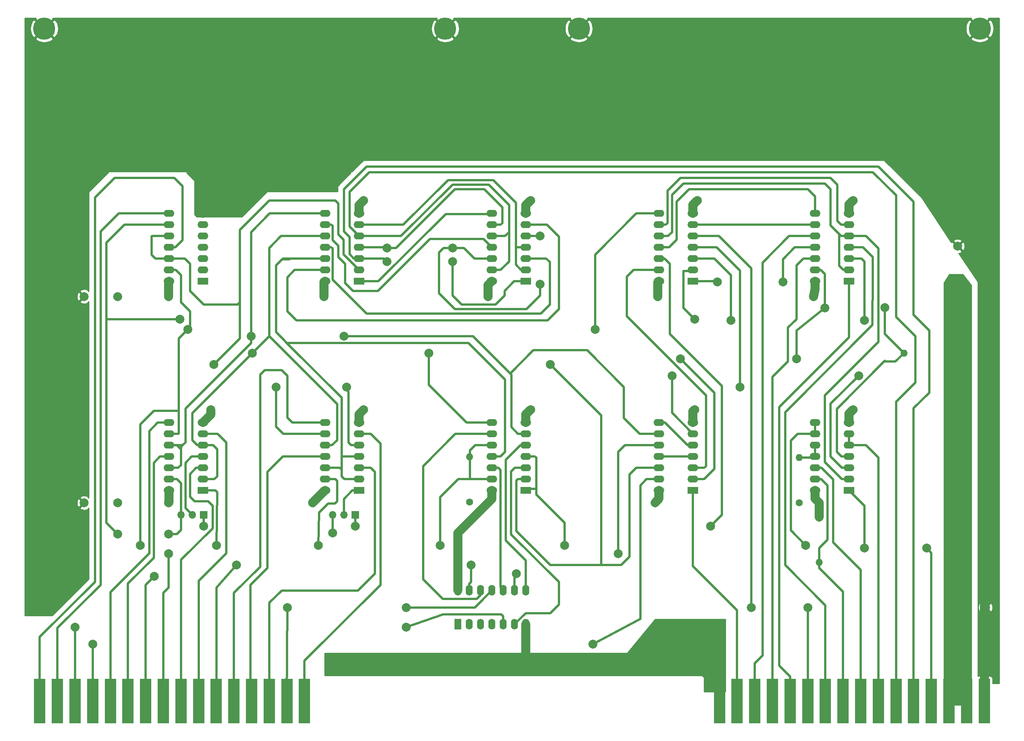
<source format=gbr>
%TF.GenerationSoftware,KiCad,Pcbnew,(5.1.10-1-10_14)*%
%TF.CreationDate,2022-01-24T12:26:02+11:00*%
%TF.ProjectId,Input:Output Interface,496e7075-743a-44f7-9574-70757420496e,rev?*%
%TF.SameCoordinates,Original*%
%TF.FileFunction,Copper,L2,Bot*%
%TF.FilePolarity,Positive*%
%FSLAX46Y46*%
G04 Gerber Fmt 4.6, Leading zero omitted, Abs format (unit mm)*
G04 Created by KiCad (PCBNEW (5.1.10-1-10_14)) date 2022-01-24 12:26:02*
%MOMM*%
%LPD*%
G01*
G04 APERTURE LIST*
%TA.AperFunction,ComponentPad*%
%ADD10O,1.600000X2.400000*%
%TD*%
%TA.AperFunction,ComponentPad*%
%ADD11R,1.600000X2.400000*%
%TD*%
%TA.AperFunction,ComponentPad*%
%ADD12O,2.400000X1.600000*%
%TD*%
%TA.AperFunction,ComponentPad*%
%ADD13R,2.400000X1.600000*%
%TD*%
%TA.AperFunction,ComponentPad*%
%ADD14C,5.000000*%
%TD*%
%TA.AperFunction,ComponentPad*%
%ADD15O,1.600000X1.600000*%
%TD*%
%TA.AperFunction,ComponentPad*%
%ADD16C,1.600000*%
%TD*%
%TA.AperFunction,ComponentPad*%
%ADD17C,2.000000*%
%TD*%
%TA.AperFunction,ConnectorPad*%
%ADD18R,2.540000X10.000000*%
%TD*%
%TA.AperFunction,ComponentPad*%
%ADD19R,1.700000X1.700000*%
%TD*%
%TA.AperFunction,ComponentPad*%
%ADD20O,1.700000X1.700000*%
%TD*%
%TA.AperFunction,ViaPad*%
%ADD21C,2.000000*%
%TD*%
%TA.AperFunction,Conductor*%
%ADD22C,0.500000*%
%TD*%
%TA.AperFunction,Conductor*%
%ADD23C,2.000000*%
%TD*%
%TA.AperFunction,Conductor*%
%ADD24C,0.250000*%
%TD*%
%TA.AperFunction,Conductor*%
%ADD25C,0.254000*%
%TD*%
%TA.AperFunction,Conductor*%
%ADD26C,0.100000*%
%TD*%
G04 APERTURE END LIST*
D10*
%TO.P,U11,14*%
%TO.N,+5V*%
X167880000Y-189180000D03*
%TO.P,U11,7*%
%TO.N,GND*%
X183120000Y-196800000D03*
%TO.P,U11,13*%
%TO.N,O_D0_~FLAG*%
X170420000Y-189180000D03*
%TO.P,U11,6*%
%TO.N,Net-(U11-Pad6)*%
X180580000Y-196800000D03*
%TO.P,U11,12*%
%TO.N,Net-(U11-Pad12)*%
X172960000Y-189180000D03*
%TO.P,U11,5*%
%TO.N,I_D0_~FLAG*%
X178040000Y-196800000D03*
%TO.P,U11,11*%
%TO.N,O_D1_~FLAG*%
X175500000Y-189180000D03*
%TO.P,U11,4*%
%TO.N,N/C*%
X175500000Y-196800000D03*
%TO.P,U11,10*%
%TO.N,Net-(U11-Pad10)*%
X178040000Y-189180000D03*
%TO.P,U11,3*%
%TO.N,N/C*%
X172960000Y-196800000D03*
%TO.P,U11,9*%
%TO.N,I_D1_~FLAG*%
X180580000Y-189180000D03*
%TO.P,U11,2*%
%TO.N,N/C*%
X170420000Y-196800000D03*
%TO.P,U11,8*%
%TO.N,Net-(U11-Pad8)*%
X183120000Y-189180000D03*
D11*
%TO.P,U11,1*%
%TO.N,N/C*%
X167880000Y-196800000D03*
%TD*%
D12*
%TO.P,U7,14*%
%TO.N,+5V*%
X138000000Y-166740000D03*
%TO.P,U7,7*%
%TO.N,GND*%
X145620000Y-151500000D03*
%TO.P,U7,13*%
%TO.N,/MCP_CLK*%
X138000000Y-164200000D03*
%TO.P,U7,6*%
%TO.N,O_D1_~DATA*%
X145620000Y-154040000D03*
%TO.P,U7,12*%
%TO.N,Net-(U2-Pad12)*%
X138000000Y-161660000D03*
%TO.P,U7,5*%
%TO.N,Net-(U4-Pad4)*%
X145620000Y-156580000D03*
%TO.P,U7,11*%
%TO.N,O_D1_~CLOCK*%
X138000000Y-159120000D03*
%TO.P,U7,4*%
%TO.N,Net-(U2-Pad12)*%
X145620000Y-159120000D03*
%TO.P,U7,10*%
%TO.N,Net-(U2-Pad10)*%
X138000000Y-156580000D03*
%TO.P,U7,3*%
%TO.N,O_D1_~FLAG_RESET*%
X145620000Y-161660000D03*
%TO.P,U7,9*%
%TO.N,Net-(U4-Pad4)*%
X138000000Y-154040000D03*
%TO.P,U7,2*%
%TO.N,Net-(U2-Pad12)*%
X145620000Y-164200000D03*
%TO.P,U7,8*%
%TO.N,O_D0_~DATA*%
X138000000Y-151500000D03*
D13*
%TO.P,U7,1*%
%TO.N,Net-(J2-Pad2)*%
X145620000Y-166740000D03*
%TD*%
D12*
%TO.P,U9,14*%
%TO.N,+5V*%
X213000000Y-166740000D03*
%TO.P,U9,7*%
%TO.N,GND*%
X220620000Y-151500000D03*
%TO.P,U9,13*%
%TO.N,I_D0_~DATA*%
X213000000Y-164200000D03*
%TO.P,U9,6*%
%TO.N,Net-(U10-Pad3)*%
X220620000Y-154040000D03*
%TO.P,U9,12*%
%TO.N,Net-(U1-Pad10)*%
X213000000Y-161660000D03*
%TO.P,U9,5*%
%TO.N,Net-(U9-Pad5)*%
X220620000Y-156580000D03*
%TO.P,U9,11*%
%TO.N,Net-(U9-Pad11)*%
X213000000Y-159120000D03*
%TO.P,U9,4*%
X220620000Y-159120000D03*
%TO.P,U9,10*%
%TO.N,I_D1_~DATA*%
X213000000Y-156580000D03*
%TO.P,U9,3*%
%TO.N,Net-(U4-Pad13)*%
X220620000Y-161660000D03*
%TO.P,U9,9*%
%TO.N,Net-(U2-Pad8)*%
X213000000Y-154040000D03*
%TO.P,U9,2*%
%TO.N,Net-(R4-Pad2)*%
X220620000Y-164200000D03*
%TO.P,U9,8*%
%TO.N,Net-(U9-Pad5)*%
X213000000Y-151500000D03*
D13*
%TO.P,U9,1*%
%TO.N,T1*%
X220620000Y-166740000D03*
%TD*%
D12*
%TO.P,U6,14*%
%TO.N,+5V*%
X103000000Y-166740000D03*
%TO.P,U6,7*%
%TO.N,GND*%
X110620000Y-151500000D03*
%TO.P,U6,13*%
%TO.N,Net-(J1-Pad3)*%
X103000000Y-164200000D03*
%TO.P,U6,6*%
%TO.N,O_D0_~FLAG_RESET*%
X110620000Y-154040000D03*
%TO.P,U6,12*%
%TO.N,Net-(U2-Pad8)*%
X103000000Y-161660000D03*
%TO.P,U6,5*%
%TO.N,Net-(U2-Pad10)*%
X110620000Y-156580000D03*
%TO.P,U6,11*%
%TO.N,I_D1_~FLAG_RESET*%
X103000000Y-159120000D03*
%TO.P,U6,4*%
%TO.N,Net-(J1-Pad2)*%
X110620000Y-159120000D03*
%TO.P,U6,10*%
%TO.N,Net-(U2-Pad8)*%
X103000000Y-156580000D03*
%TO.P,U6,3*%
%TO.N,O_D0_~CLOCK*%
X110620000Y-161660000D03*
%TO.P,U6,9*%
%TO.N,/MCP_CLK*%
X103000000Y-154040000D03*
%TO.P,U6,2*%
%TO.N,Net-(U2-Pad10)*%
X110620000Y-164200000D03*
%TO.P,U6,8*%
%TO.N,I_D1_~CLOCK*%
X103000000Y-151500000D03*
D13*
%TO.P,U6,1*%
%TO.N,/MCP_CLK*%
X110620000Y-166740000D03*
%TD*%
D12*
%TO.P,U1,14*%
%TO.N,+5V*%
X103000000Y-119740000D03*
%TO.P,U1,7*%
%TO.N,GND*%
X110620000Y-104500000D03*
%TO.P,U1,13*%
%TO.N,/MCP_CLK*%
X103000000Y-117200000D03*
%TO.P,U1,6*%
%TO.N,Net-(U1-Pad6)*%
X110620000Y-107040000D03*
%TO.P,U1,12*%
%TO.N,Net-(U1-Pad10)*%
X103000000Y-114660000D03*
%TO.P,U1,5*%
%TO.N,Net-(U1-Pad5)*%
X110620000Y-109580000D03*
%TO.P,U1,11*%
%TO.N,I_D0_~CLOCK*%
X103000000Y-112120000D03*
%TO.P,U1,4*%
%TO.N,Net-(U1-Pad4)*%
X110620000Y-112120000D03*
%TO.P,U1,10*%
%TO.N,Net-(U1-Pad10)*%
X103000000Y-109580000D03*
%TO.P,U1,3*%
%TO.N,Net-(U1-Pad3)*%
X110620000Y-114660000D03*
%TO.P,U1,9*%
%TO.N,Net-(J1-Pad3)*%
X103000000Y-107040000D03*
%TO.P,U1,2*%
%TO.N,Net-(U1-Pad2)*%
X110620000Y-117200000D03*
%TO.P,U1,8*%
%TO.N,I_D0_~FLAG_RESET*%
X103000000Y-104500000D03*
D13*
%TO.P,U1,1*%
%TO.N,Net-(U1-Pad1)*%
X110620000Y-119740000D03*
%TD*%
D12*
%TO.P,U2,14*%
%TO.N,+5V*%
X138000000Y-119740000D03*
%TO.P,U2,7*%
%TO.N,GND*%
X145620000Y-104500000D03*
%TO.P,U2,13*%
%TO.N,Net-(U2-Pad13)*%
X138000000Y-117200000D03*
%TO.P,U2,6*%
%TO.N,Net-(U2-Pad6)*%
X145620000Y-107040000D03*
%TO.P,U2,12*%
%TO.N,Net-(U2-Pad12)*%
X138000000Y-114660000D03*
%TO.P,U2,5*%
%TO.N,I_O_GATING*%
X145620000Y-109580000D03*
%TO.P,U2,11*%
%TO.N,Net-(U2-Pad11)*%
X138000000Y-112120000D03*
%TO.P,U2,4*%
%TO.N,Net-(U2-Pad4)*%
X145620000Y-112120000D03*
%TO.P,U2,10*%
%TO.N,Net-(U2-Pad10)*%
X138000000Y-109580000D03*
%TO.P,U2,3*%
%TO.N,I_O_DEVICE_SELECT*%
X145620000Y-114660000D03*
%TO.P,U2,9*%
%TO.N,Net-(U2-Pad9)*%
X138000000Y-107040000D03*
%TO.P,U2,2*%
%TO.N,Net-(U1-Pad10)*%
X145620000Y-117200000D03*
%TO.P,U2,8*%
%TO.N,Net-(U2-Pad8)*%
X138000000Y-104500000D03*
D13*
%TO.P,U2,1*%
%TO.N,Net-(U2-Pad1)*%
X145620000Y-119740000D03*
%TD*%
D12*
%TO.P,U3,14*%
%TO.N,+5V*%
X175500000Y-119740000D03*
%TO.P,U3,7*%
%TO.N,GND*%
X183120000Y-104500000D03*
%TO.P,U3,13*%
%TO.N,I_O_GATING*%
X175500000Y-117200000D03*
%TO.P,U3,6*%
%TO.N,Net-(U2-Pad13)*%
X183120000Y-107040000D03*
%TO.P,U3,12*%
%TO.N,Net-(U2-Pad4)*%
X175500000Y-114660000D03*
%TO.P,U3,5*%
X183120000Y-109580000D03*
%TO.P,U3,11*%
%TO.N,Net-(U2-Pad9)*%
X175500000Y-112120000D03*
%TO.P,U3,4*%
%TO.N,Net-(U2-Pad6)*%
X183120000Y-112120000D03*
%TO.P,U3,10*%
%TO.N,I_O_GATING*%
X175500000Y-109580000D03*
%TO.P,U3,3*%
%TO.N,Net-(U2-Pad11)*%
X183120000Y-114660000D03*
%TO.P,U3,9*%
%TO.N,Net-(U2-Pad4)*%
X175500000Y-107040000D03*
%TO.P,U3,2*%
%TO.N,Net-(U2-Pad6)*%
X183120000Y-117200000D03*
%TO.P,U3,8*%
%TO.N,Net-(U2-Pad1)*%
X175500000Y-104500000D03*
D13*
%TO.P,U3,1*%
%TO.N,I_O_DEVICE_SELECT*%
X183120000Y-119740000D03*
%TD*%
D12*
%TO.P,U4,14*%
%TO.N,+5V*%
X213000000Y-119740000D03*
%TO.P,U4,7*%
%TO.N,GND*%
X220620000Y-104500000D03*
%TO.P,U4,13*%
%TO.N,Net-(U4-Pad13)*%
X213000000Y-117200000D03*
%TO.P,U4,6*%
%TO.N,Net-(U4-Pad6)*%
X220620000Y-107040000D03*
%TO.P,U4,12*%
%TO.N,Net-(J1-Pad1)*%
X213000000Y-114660000D03*
%TO.P,U4,5*%
%TO.N,~IOT_SHIFT*%
X220620000Y-109580000D03*
%TO.P,U4,11*%
%TO.N,Net-(U4-Pad11)*%
X213000000Y-112120000D03*
%TO.P,U4,4*%
%TO.N,Net-(U4-Pad4)*%
X220620000Y-112120000D03*
%TO.P,U4,10*%
%TO.N,Net-(U10-Pad2)*%
X213000000Y-109580000D03*
%TO.P,U4,3*%
%TO.N,Net-(U4-Pad3)*%
X220620000Y-114660000D03*
%TO.P,U4,9*%
%TO.N,Net-(U4-Pad9)*%
X213000000Y-107040000D03*
%TO.P,U4,2*%
%TO.N,Net-(J1-Pad3)*%
X220620000Y-117200000D03*
%TO.P,U4,8*%
%TO.N,/MCP_CLK*%
X213000000Y-104500000D03*
D13*
%TO.P,U4,1*%
%TO.N,Net-(U4-Pad1)*%
X220620000Y-119740000D03*
%TD*%
D12*
%TO.P,U5,14*%
%TO.N,+5V*%
X248000000Y-119740000D03*
%TO.P,U5,7*%
%TO.N,GND*%
X255620000Y-104500000D03*
%TO.P,U5,13*%
%TO.N,Net-(R4-Pad2)*%
X248000000Y-117200000D03*
%TO.P,U5,6*%
%TO.N,Net-(U4-Pad9)*%
X255620000Y-107040000D03*
%TO.P,U5,12*%
%TO.N,T13*%
X248000000Y-114660000D03*
%TO.P,U5,5*%
%TO.N,Net-(U10-Pad2)*%
X255620000Y-109580000D03*
%TO.P,U5,11*%
%TO.N,Net-(U4-Pad1)*%
X248000000Y-112120000D03*
%TO.P,U5,4*%
%TO.N,MCP*%
X255620000Y-112120000D03*
%TO.P,U5,10*%
%TO.N,T2-9*%
X248000000Y-109580000D03*
%TO.P,U5,3*%
%TO.N,Net-(U4-Pad3)*%
X255620000Y-114660000D03*
%TO.P,U5,9*%
%TO.N,Net-(U4-Pad6)*%
X248000000Y-107040000D03*
%TO.P,U5,2*%
%TO.N,Net-(U10-Pad2)*%
X255620000Y-117200000D03*
%TO.P,U5,8*%
%TO.N,Net-(U4-Pad11)*%
X248000000Y-104500000D03*
D13*
%TO.P,U5,1*%
%TO.N,AC_BIT_0*%
X255620000Y-119740000D03*
%TD*%
D12*
%TO.P,U8,14*%
%TO.N,+5V*%
X175500000Y-166740000D03*
%TO.P,U8,7*%
%TO.N,GND*%
X183120000Y-151500000D03*
%TO.P,U8,13*%
%TO.N,Net-(R1-Pad2)*%
X175500000Y-164200000D03*
%TO.P,U8,6*%
%TO.N,Net-(U2-Pad8)*%
X183120000Y-154040000D03*
%TO.P,U8,12*%
%TO.N,Net-(U11-Pad10)*%
X175500000Y-161660000D03*
%TO.P,U8,5*%
%TO.N,Net-(U11-Pad8)*%
X183120000Y-156580000D03*
%TO.P,U8,11*%
%TO.N,Net-(U2-Pad12)*%
X175500000Y-159120000D03*
%TO.P,U8,4*%
%TO.N,Net-(R1-Pad2)*%
X183120000Y-159120000D03*
%TO.P,U8,10*%
X175500000Y-156580000D03*
%TO.P,U8,3*%
%TO.N,Net-(U11-Pad6)*%
X183120000Y-161660000D03*
%TO.P,U8,9*%
%TO.N,Net-(U11-Pad12)*%
X175500000Y-154040000D03*
%TO.P,U8,2*%
%TO.N,Net-(U1-Pad10)*%
X183120000Y-164200000D03*
%TO.P,U8,8*%
%TO.N,Net-(U2-Pad10)*%
X175500000Y-151500000D03*
D13*
%TO.P,U8,1*%
%TO.N,Net-(R1-Pad2)*%
X183120000Y-166740000D03*
%TD*%
D12*
%TO.P,U10,14*%
%TO.N,+5V*%
X248000000Y-166740000D03*
%TO.P,U10,7*%
%TO.N,GND*%
X255620000Y-151500000D03*
%TO.P,U10,13*%
%TO.N,~IOT_SKIP*%
X248000000Y-164200000D03*
%TO.P,U10,6*%
%TO.N,~CLR_IOT_FLAG*%
X255620000Y-154040000D03*
%TO.P,U10,12*%
%TO.N,SKIP_ON_IOT_FLAG*%
X248000000Y-161660000D03*
%TO.P,U10,5*%
%TO.N,~CLR_IOT_FLAG*%
X255620000Y-156580000D03*
%TO.P,U10,11*%
%TO.N,Net-(R2-Pad2)*%
X248000000Y-159120000D03*
%TO.P,U10,4*%
%TO.N,Net-(R4-Pad2)*%
X255620000Y-159120000D03*
%TO.P,U10,10*%
%TO.N,Net-(R2-Pad2)*%
X248000000Y-156580000D03*
%TO.P,U10,3*%
%TO.N,Net-(U10-Pad3)*%
X255620000Y-161660000D03*
%TO.P,U10,9*%
%TO.N,Net-(R1-Pad2)*%
X248000000Y-154040000D03*
%TO.P,U10,2*%
%TO.N,Net-(U10-Pad2)*%
X255620000Y-164200000D03*
%TO.P,U10,8*%
%TO.N,Net-(R1-Pad2)*%
X248000000Y-151500000D03*
D13*
%TO.P,U10,1*%
%TO.N,A-BUS*%
X255620000Y-166740000D03*
%TD*%
D14*
%TO.P,H2,1*%
%TO.N,GND*%
X285000000Y-63000000D03*
X195000000Y-63000000D03*
%TD*%
%TO.P,H1,1*%
%TO.N,GND*%
X165000000Y-63000000D03*
X75000000Y-63000000D03*
%TD*%
D15*
%TO.P,R4,2*%
%TO.N,Net-(R4-Pad2)*%
X267970000Y-135890000D03*
D16*
%TO.P,R4,1*%
%TO.N,+5V*%
X278130000Y-135890000D03*
%TD*%
D15*
%TO.P,R3,2*%
%TO.N,~IOT_SKIP*%
X248920000Y-182880000D03*
D16*
%TO.P,R3,1*%
%TO.N,+5V*%
X248920000Y-172720000D03*
%TD*%
D15*
%TO.P,R2,2*%
%TO.N,Net-(R2-Pad2)*%
X244475000Y-159385000D03*
D16*
%TO.P,R2,1*%
%TO.N,+5V*%
X244475000Y-169545000D03*
%TD*%
D15*
%TO.P,R1,2*%
%TO.N,Net-(R1-Pad2)*%
X170500000Y-159200000D03*
D16*
%TO.P,R1,1*%
%TO.N,+5V*%
X170500000Y-169360000D03*
%TD*%
D17*
%TO.P,C4,2*%
%TO.N,GND*%
X286265000Y-193040000D03*
%TO.P,C4,1*%
%TO.N,+5V*%
X278765000Y-193040000D03*
%TD*%
%TO.P,C3,2*%
%TO.N,GND*%
X280035000Y-111880000D03*
%TO.P,C3,1*%
%TO.N,+5V*%
X280035000Y-119380000D03*
%TD*%
%TO.P,C2,2*%
%TO.N,GND*%
X83940000Y-169545000D03*
%TO.P,C2,1*%
%TO.N,+5V*%
X91440000Y-169545000D03*
%TD*%
%TO.P,C1,2*%
%TO.N,GND*%
X83940000Y-123190000D03*
%TO.P,C1,1*%
%TO.N,+5V*%
X91440000Y-123190000D03*
%TD*%
D18*
%TO.P,J3,16*%
%TO.N,I_D0_~CLOCK*%
X73977200Y-214078000D03*
%TO.P,J3,15*%
%TO.N,I_D0_~FLAG_RESET*%
X77939600Y-214078000D03*
%TO.P,J3,14*%
%TO.N,I_D0_~FLAG*%
X81902000Y-214078000D03*
%TO.P,J3,13*%
%TO.N,I_D0_~DATA*%
X85864400Y-214078000D03*
%TO.P,J3,12*%
%TO.N,I_D1_~CLOCK*%
X89826800Y-214078000D03*
%TO.P,J3,11*%
%TO.N,I_D1_~FLAG_RESET*%
X93789200Y-214078000D03*
%TO.P,J3,10*%
%TO.N,I_D1_~FLAG*%
X97751600Y-214078000D03*
%TO.P,J3,9*%
%TO.N,I_D1_~DATA*%
X101714000Y-214078000D03*
%TO.P,J3,8*%
%TO.N,O_D0_~CLOCK*%
X105676400Y-214078000D03*
%TO.P,J3,7*%
%TO.N,O_D0_~FLAG_RESET*%
X109638800Y-214078000D03*
%TO.P,J3,6*%
%TO.N,O_D0_~FLAG*%
X113601200Y-214078000D03*
%TO.P,J3,5*%
%TO.N,O_D0_~DATA*%
X117563600Y-214078000D03*
%TO.P,J3,4*%
%TO.N,O_D1_~CLOCK*%
X121526000Y-214078000D03*
%TO.P,J3,3*%
%TO.N,O_D1_~FLAG_RESET*%
X125488400Y-214078000D03*
%TO.P,J3,2*%
%TO.N,O_D1_~FLAG*%
X129450800Y-214078000D03*
%TO.P,J3,1*%
%TO.N,O_D1_~DATA*%
X133413200Y-214078000D03*
%TD*%
D19*
%TO.P,J1,1*%
%TO.N,Net-(J1-Pad1)*%
X110744000Y-172212000D03*
D20*
%TO.P,J1,2*%
%TO.N,Net-(J1-Pad2)*%
X108204000Y-172212000D03*
%TO.P,J1,3*%
%TO.N,Net-(J1-Pad3)*%
X105664000Y-172212000D03*
%TD*%
%TO.P,J2,3*%
%TO.N,Net-(J1-Pad3)*%
X139700000Y-172212000D03*
%TO.P,J2,2*%
%TO.N,Net-(J2-Pad2)*%
X142240000Y-172212000D03*
D19*
%TO.P,J2,1*%
%TO.N,Net-(J1-Pad1)*%
X144780000Y-172212000D03*
%TD*%
D18*
%TO.P,J4,1*%
%TO.N,GND*%
X286006000Y-214070000D03*
%TO.P,J4,2*%
%TO.N,+5V*%
X282043600Y-214070000D03*
%TO.P,J4,3*%
X278081200Y-214070000D03*
%TO.P,J4,4*%
%TO.N,A-BUS*%
X274118800Y-214070000D03*
%TO.P,J4,5*%
%TO.N,I_O_DEVICE_SELECT*%
X270156400Y-214070000D03*
%TO.P,J4,6*%
%TO.N,I_O_GATING*%
X266194000Y-214070000D03*
%TO.P,J4,7*%
%TO.N,~CLR_IOT_FLAG*%
X262231600Y-214070000D03*
%TO.P,J4,8*%
%TO.N,SKIP_ON_IOT_FLAG*%
X258269200Y-214070000D03*
%TO.P,J4,9*%
%TO.N,~IOT_SKIP*%
X254306800Y-214070000D03*
%TO.P,J4,10*%
%TO.N,MCP*%
X250344400Y-214070000D03*
%TO.P,J4,11*%
%TO.N,~IOT_SHIFT*%
X246382000Y-214070000D03*
%TO.P,J4,12*%
%TO.N,AC_BIT_0*%
X242419600Y-214070000D03*
%TO.P,J4,13*%
%TO.N,T13*%
X238457200Y-214070000D03*
%TO.P,J4,14*%
%TO.N,T2-9*%
X234494800Y-214070000D03*
%TO.P,J4,15*%
%TO.N,T1*%
X230532400Y-214070000D03*
%TO.P,J4,16*%
%TO.N,GND*%
X226570000Y-214070000D03*
%TD*%
D21*
%TO.N,Net-(J1-Pad1)*%
X110744000Y-174752000D03*
X144780000Y-174752000D03*
X224536000Y-174752000D03*
%TO.N,Net-(J1-Pad3)*%
X105410000Y-128270000D03*
X220980000Y-128270000D03*
X91440000Y-176530000D03*
X102870000Y-176530000D03*
X139700000Y-176276000D03*
%TO.N,GND*%
X286385000Y-101600000D03*
X82550000Y-101600000D03*
X111125000Y-101600000D03*
X146685000Y-101600000D03*
X184150000Y-101600000D03*
X221615000Y-101600000D03*
X256540000Y-101600000D03*
X256540000Y-148590000D03*
X286006000Y-148969000D03*
X112395000Y-148590000D03*
X146685000Y-148590000D03*
X184150000Y-148590000D03*
X220980000Y-148590000D03*
X286006000Y-200404000D03*
X225425000Y-200025000D03*
%TO.N,+5V*%
X247650000Y-123190000D03*
X280035000Y-123190000D03*
X212725000Y-123190000D03*
X174625000Y-123190000D03*
X137795000Y-123190000D03*
X102870000Y-123190000D03*
X102870000Y-169545000D03*
X135255000Y-169545000D03*
X280035000Y-169545000D03*
X174625000Y-169545000D03*
X212090000Y-169545000D03*
X248920000Y-169545000D03*
%TO.N,A-BUS*%
X273050000Y-179705000D03*
X259080000Y-179705000D03*
%TO.N,I_O_DEVICE_SELECT*%
X151892000Y-115316000D03*
X166624000Y-115316000D03*
%TO.N,~IOT_SHIFT*%
X246380000Y-193040000D03*
X233680000Y-193040000D03*
%TO.N,Net-(U2-Pad8)*%
X142240000Y-132080000D03*
X121412000Y-132080000D03*
%TO.N,Net-(U1-Pad10)*%
X188595000Y-138430000D03*
X113030000Y-138430000D03*
%TO.N,Net-(U2-Pad10)*%
X121666000Y-135890000D03*
X161290000Y-135890000D03*
%TO.N,Net-(U2-Pad4)*%
X151892000Y-112268000D03*
X166624000Y-112268000D03*
X186288000Y-109580000D03*
X186288000Y-120417000D03*
%TO.N,Net-(U4-Pad4)*%
X231140000Y-143510000D03*
X142875000Y-143510000D03*
X127000000Y-143510000D03*
%TO.N,Net-(U4-Pad3)*%
X229108000Y-128524000D03*
X259080000Y-128524000D03*
%TO.N,Net-(U4-Pad1)*%
X226060000Y-119888000D03*
X240792000Y-119888000D03*
%TO.N,Net-(R4-Pad2)*%
X250190000Y-125730000D03*
X243840000Y-137160000D03*
X217805000Y-137160000D03*
X263705010Y-125716536D03*
%TO.N,Net-(R1-Pad2)*%
X191770000Y-179070000D03*
X163830000Y-179070000D03*
X245925010Y-179070000D03*
%TO.N,Net-(U10-Pad3)*%
X215900000Y-140970000D03*
X257810000Y-140970000D03*
%TO.N,I_D1_~FLAG*%
X180975000Y-185420000D03*
X99695000Y-186055000D03*
%TO.N,O_D1_~FLAG*%
X156210000Y-193040000D03*
X129540000Y-193040000D03*
%TO.N,I_D0_~FLAG*%
X156210000Y-197485000D03*
X81915000Y-197485000D03*
%TO.N,O_D0_~FLAG*%
X170815000Y-183515000D03*
X118110000Y-183515000D03*
%TO.N,I_D0_~DATA*%
X85852000Y-201295000D03*
X198120000Y-201295000D03*
%TO.N,I_D1_~DATA*%
X102870000Y-180975000D03*
X203835000Y-180975000D03*
%TO.N,/MCP_CLK*%
X107188000Y-130556000D03*
X198628000Y-130556000D03*
X136525000Y-179070000D03*
X113665000Y-179070000D03*
X96520000Y-179070000D03*
%TD*%
D22*
%TO.N,Net-(J1-Pad1)*%
X110744000Y-172212000D02*
X110744000Y-174752000D01*
X144780000Y-174752000D02*
X144780000Y-172212000D01*
X224536000Y-174752000D02*
X227076000Y-172212000D01*
X227076000Y-172212000D02*
X227076000Y-143256000D01*
X227076000Y-143256000D02*
X215392000Y-131572000D01*
X215392000Y-131572000D02*
X215392000Y-115824000D01*
X214228000Y-114660000D02*
X213000000Y-114660000D01*
X215392000Y-115824000D02*
X214228000Y-114660000D01*
%TO.N,Net-(J1-Pad2)*%
X108204000Y-172212000D02*
X106680000Y-170688000D01*
X106680000Y-170688000D02*
X106680000Y-160528000D01*
X108088000Y-159120000D02*
X110620000Y-159120000D01*
X106680000Y-160528000D02*
X108088000Y-159120000D01*
%TO.N,Net-(J1-Pad3)*%
X103000000Y-107040000D02*
X92985000Y-107040000D01*
X92985000Y-107040000D02*
X88900000Y-111125000D01*
X88900000Y-111125000D02*
X88900000Y-125095000D01*
X218440000Y-117475000D02*
X220345000Y-117475000D01*
X220345000Y-117475000D02*
X220620000Y-117200000D01*
X218440000Y-125730000D02*
X218440000Y-117475000D01*
X220980000Y-128270000D02*
X218440000Y-125730000D01*
X88900000Y-173990000D02*
X91440000Y-176530000D01*
X102870000Y-176530000D02*
X104775000Y-176530000D01*
X104775000Y-176530000D02*
X105410000Y-175895000D01*
X104510000Y-164200000D02*
X103000000Y-164200000D01*
X139700000Y-176276000D02*
X139700000Y-172212000D01*
X89154000Y-128270000D02*
X88900000Y-128016000D01*
X92710000Y-128270000D02*
X89154000Y-128270000D01*
X92710000Y-128270000D02*
X105410000Y-128270000D01*
X88900000Y-128016000D02*
X88900000Y-173990000D01*
X88900000Y-125095000D02*
X88900000Y-128016000D01*
X92075000Y-128270000D02*
X92710000Y-128270000D01*
X105664000Y-172212000D02*
X105664000Y-173736000D01*
X103000000Y-164200000D02*
X104764000Y-164200000D01*
X105664000Y-165100000D02*
X105664000Y-172212000D01*
X104764000Y-164200000D02*
X105664000Y-165100000D01*
X105664000Y-175641000D02*
X104775000Y-176530000D01*
X105664000Y-172212000D02*
X105664000Y-175641000D01*
%TO.N,Net-(J2-Pad2)*%
X142240000Y-172212000D02*
X142240000Y-168656000D01*
X144156000Y-166740000D02*
X145620000Y-166740000D01*
X142240000Y-168656000D02*
X144156000Y-166740000D01*
D23*
%TO.N,GND*%
X286006000Y-214070000D02*
X286006000Y-200404000D01*
X286006000Y-101979000D02*
X286385000Y-101600000D01*
X286006000Y-112651000D02*
X286006000Y-101979000D01*
X110620000Y-102105000D02*
X111125000Y-101600000D01*
X110620000Y-104500000D02*
X110620000Y-102105000D01*
X145620000Y-104500000D02*
X145620000Y-102665000D01*
X145620000Y-102665000D02*
X146685000Y-101600000D01*
X183120000Y-102630000D02*
X184150000Y-101600000D01*
X183120000Y-104500000D02*
X183120000Y-102630000D01*
X220620000Y-102595000D02*
X221615000Y-101600000D01*
X220620000Y-104500000D02*
X220620000Y-102595000D01*
X255620000Y-104500000D02*
X255620000Y-102520000D01*
X255620000Y-102520000D02*
X256540000Y-101600000D01*
X255620000Y-149510000D02*
X256540000Y-148590000D01*
X255620000Y-151500000D02*
X255620000Y-149510000D01*
X112395000Y-149725000D02*
X110620000Y-151500000D01*
X112395000Y-148590000D02*
X112395000Y-149725000D01*
X145620000Y-149655000D02*
X146685000Y-148590000D01*
X145620000Y-151500000D02*
X145620000Y-149655000D01*
X183120000Y-149620000D02*
X184150000Y-148590000D01*
X183120000Y-151500000D02*
X183120000Y-149620000D01*
X220620000Y-151500000D02*
X220620000Y-148950000D01*
X220620000Y-148950000D02*
X220980000Y-148590000D01*
X286006000Y-200404000D02*
X286006000Y-112651000D01*
X183120000Y-196800000D02*
X183120000Y-204710000D01*
X226570000Y-214070000D02*
X226570000Y-209040000D01*
X225425000Y-207895000D02*
X225425000Y-200025000D01*
X226570000Y-209040000D02*
X225425000Y-207895000D01*
%TO.N,+5V*%
X248000000Y-121570000D02*
X248000000Y-119740000D01*
X247650000Y-123190000D02*
X248000000Y-121570000D01*
X212725000Y-120015000D02*
X213000000Y-119740000D01*
X212725000Y-123190000D02*
X212725000Y-120015000D01*
X174625000Y-120615000D02*
X175500000Y-119740000D01*
X174625000Y-123190000D02*
X174625000Y-120615000D01*
X137795000Y-119945000D02*
X138000000Y-119740000D01*
X137795000Y-123190000D02*
X137795000Y-119945000D01*
X102870000Y-119870000D02*
X103000000Y-119740000D01*
X102870000Y-123190000D02*
X102870000Y-119870000D01*
X103000000Y-169415000D02*
X102870000Y-169545000D01*
X103000000Y-166740000D02*
X103000000Y-169415000D01*
X135255000Y-169485000D02*
X138000000Y-166740000D01*
X135255000Y-169545000D02*
X135255000Y-169485000D01*
X175500000Y-168670000D02*
X174625000Y-169545000D01*
X175500000Y-166740000D02*
X175500000Y-168670000D01*
X213000000Y-168635000D02*
X212090000Y-169545000D01*
X213000000Y-166740000D02*
X213000000Y-168635000D01*
X248000000Y-168625000D02*
X248920000Y-169545000D01*
X248000000Y-166740000D02*
X248000000Y-168625000D01*
X278081200Y-171498800D02*
X280035000Y-169545000D01*
X278081200Y-214070000D02*
X278081200Y-171498800D01*
X278081200Y-214070000D02*
X282043600Y-214070000D01*
X167880000Y-176290000D02*
X174625000Y-169545000D01*
X167880000Y-189180000D02*
X167880000Y-176290000D01*
X248920000Y-169545000D02*
X248920000Y-172720000D01*
D22*
%TO.N,A-BUS*%
X274118800Y-180773800D02*
X273050000Y-179705000D01*
X274118800Y-214070000D02*
X274118800Y-180773800D01*
X259080000Y-170200000D02*
X255620000Y-166740000D01*
X259080000Y-179705000D02*
X259080000Y-170200000D01*
%TO.N,I_O_DEVICE_SELECT*%
X151236000Y-114660000D02*
X151892000Y-115316000D01*
X145620000Y-114660000D02*
X151236000Y-114660000D01*
X166624000Y-115316000D02*
X166624000Y-122936000D01*
X166624000Y-122936000D02*
X168656000Y-124968000D01*
X178308000Y-122936000D02*
X176276000Y-124968000D01*
X168656000Y-124968000D02*
X176276000Y-124968000D01*
X178308000Y-122936000D02*
X178308000Y-121920000D01*
X180488000Y-119740000D02*
X183120000Y-119740000D01*
X178308000Y-121920000D02*
X180488000Y-119740000D01*
X270156400Y-148308600D02*
X270156400Y-214070000D01*
X273685000Y-130810000D02*
X273685000Y-144780000D01*
X270156400Y-127281400D02*
X273685000Y-130810000D01*
X273685000Y-144780000D02*
X270156400Y-148308600D01*
X143510000Y-113665000D02*
X143510000Y-109855000D01*
X262255000Y-93980000D02*
X270156400Y-101881400D01*
X270156400Y-101881400D02*
X270156400Y-127281400D01*
X147320000Y-93980000D02*
X262255000Y-93980000D01*
X142240000Y-99060000D02*
X147320000Y-93980000D01*
X143510000Y-109855000D02*
X142240000Y-108585000D01*
X142240000Y-108585000D02*
X142240000Y-99060000D01*
X144505000Y-114660000D02*
X143510000Y-113665000D01*
X145620000Y-114660000D02*
X144505000Y-114660000D01*
%TO.N,I_O_GATING*%
X174752000Y-98044000D02*
X179324000Y-102616000D01*
X166624000Y-98044000D02*
X174752000Y-98044000D01*
X155088000Y-109580000D02*
X166624000Y-98044000D01*
X145620000Y-109580000D02*
X155088000Y-109580000D01*
X179324000Y-102616000D02*
X179324000Y-106172000D01*
X179324000Y-106172000D02*
X179324000Y-108712000D01*
X179324000Y-106172000D02*
X179324000Y-106680000D01*
X178456000Y-109580000D02*
X175500000Y-109580000D01*
X179324000Y-108712000D02*
X178456000Y-109580000D01*
X175500000Y-117200000D02*
X177440000Y-117200000D01*
X179324000Y-115316000D02*
X179324000Y-108712000D01*
X177440000Y-117200000D02*
X179324000Y-115316000D01*
X270510000Y-142498000D02*
X266194000Y-146814000D01*
X266194000Y-127764000D02*
X270510000Y-132080000D01*
X266194000Y-146814000D02*
X266194000Y-214070000D01*
X270510000Y-132080000D02*
X270510000Y-142498000D01*
X266194000Y-100459000D02*
X266194000Y-127764000D01*
X143510000Y-107470000D02*
X143510000Y-99695000D01*
X143510000Y-99695000D02*
X147955000Y-95250000D01*
X147955000Y-95250000D02*
X260985000Y-95250000D01*
X260985000Y-95250000D02*
X266194000Y-100459000D01*
X145620000Y-109580000D02*
X143510000Y-107470000D01*
%TO.N,~CLR_IOT_FLAG*%
X262231600Y-214070000D02*
X262231600Y-185443400D01*
X262231600Y-185443400D02*
X262255000Y-185420000D01*
X262255000Y-185420000D02*
X262255000Y-159385000D01*
X259450000Y-156580000D02*
X255620000Y-156580000D01*
X262255000Y-159385000D02*
X259450000Y-156580000D01*
X255620000Y-154040000D02*
X255620000Y-156580000D01*
%TO.N,SKIP_ON_IOT_FLAG*%
X249460000Y-161660000D02*
X248000000Y-161660000D01*
X252095000Y-178435000D02*
X252095000Y-164295000D01*
X258269200Y-184609200D02*
X252095000Y-178435000D01*
X252095000Y-164295000D02*
X249460000Y-161660000D01*
X258269200Y-214070000D02*
X258269200Y-184609200D01*
%TO.N,~IOT_SKIP*%
X248920000Y-184150000D02*
X254306800Y-189536800D01*
X248920000Y-182880000D02*
X248920000Y-184150000D01*
X254306800Y-214070000D02*
X254306800Y-189536800D01*
X250825000Y-165625000D02*
X249400000Y-164200000D01*
X249400000Y-164200000D02*
X248000000Y-164200000D01*
X250825000Y-177800000D02*
X250825000Y-165625000D01*
X248920000Y-179705000D02*
X250825000Y-177800000D01*
X248920000Y-182880000D02*
X248920000Y-179705000D01*
%TO.N,MCP*%
X250344400Y-192559400D02*
X250344400Y-214070000D01*
X260985000Y-124105035D02*
X260919989Y-124170046D01*
X260985000Y-114300000D02*
X260985000Y-124105035D01*
X258805000Y-112120000D02*
X260985000Y-114300000D01*
X260919989Y-124170046D02*
X260919989Y-129605011D01*
X255620000Y-112120000D02*
X258805000Y-112120000D01*
X241300000Y-149225000D02*
X241300000Y-183515000D01*
X241300000Y-183515000D02*
X250344400Y-192559400D01*
X260919989Y-129605011D02*
X241300000Y-149225000D01*
%TO.N,~IOT_SHIFT*%
X220620000Y-109580000D02*
X226420000Y-109580000D01*
X246382000Y-193042000D02*
X246380000Y-193040000D01*
X246382000Y-214070000D02*
X246382000Y-193042000D01*
X233680000Y-116840000D02*
X226420000Y-109580000D01*
X233680000Y-193040000D02*
X233680000Y-116840000D01*
%TO.N,AC_BIT_0*%
X239964989Y-148020011D02*
X239964989Y-206115389D01*
X239964989Y-206115389D02*
X242419600Y-208570000D01*
X255620000Y-119740000D02*
X255620000Y-132365000D01*
X255620000Y-132365000D02*
X239964989Y-148020011D01*
X242419600Y-208570000D02*
X242419600Y-214070000D01*
%TO.N,T13*%
X248000000Y-114660000D02*
X245385000Y-114660000D01*
X245385000Y-114660000D02*
X243840000Y-116205000D01*
X243840000Y-116205000D02*
X243840000Y-128270000D01*
X243840000Y-128270000D02*
X241935000Y-130175000D01*
X241935000Y-130175000D02*
X241935000Y-137795000D01*
X238457200Y-141272800D02*
X238457200Y-214070000D01*
X241935000Y-137795000D02*
X238457200Y-141272800D01*
%TO.N,T2-9*%
X234494800Y-205560200D02*
X234494800Y-214070000D01*
X236220000Y-115570000D02*
X236220000Y-203835000D01*
X242210000Y-109580000D02*
X236220000Y-115570000D01*
X236220000Y-203835000D02*
X234494800Y-205560200D01*
X248000000Y-109580000D02*
X242210000Y-109580000D01*
%TO.N,T1*%
X230532400Y-214070000D02*
X230532400Y-193702400D01*
X220620000Y-183790000D02*
X220620000Y-166740000D01*
X230532400Y-193702400D02*
X220620000Y-183790000D01*
%TO.N,Net-(U2-Pad1)*%
X145620000Y-119740000D02*
X150008000Y-119740000D01*
X150008000Y-119740000D02*
X165100000Y-104648000D01*
X175352000Y-104648000D02*
X175500000Y-104500000D01*
X165100000Y-104648000D02*
X175352000Y-104648000D01*
%TO.N,Net-(U2-Pad8)*%
X103000000Y-161660000D02*
X105040000Y-161660000D01*
X105040000Y-161660000D02*
X105664000Y-161036000D01*
X103000000Y-156580000D02*
X104764000Y-156580000D01*
X104764000Y-156580000D02*
X105664000Y-157480000D01*
X105664000Y-161036000D02*
X105664000Y-157480000D01*
X105664000Y-156972000D02*
X105664000Y-157480000D01*
X106680000Y-148336000D02*
X106680000Y-155956000D01*
X121412000Y-133604000D02*
X106680000Y-148336000D01*
X121412000Y-132080000D02*
X121412000Y-133604000D01*
X181345000Y-154040000D02*
X183120000Y-154040000D01*
X179832000Y-152527000D02*
X181345000Y-154040000D01*
X179832000Y-140716000D02*
X179832000Y-152527000D01*
X142240000Y-132080000D02*
X171196000Y-132080000D01*
X171196000Y-132080000D02*
X179578000Y-140462000D01*
X179578000Y-140462000D02*
X179832000Y-140716000D01*
X208650000Y-154040000D02*
X213000000Y-154040000D01*
X179578000Y-140462000D02*
X184785000Y-135255000D01*
X205105000Y-150495000D02*
X208650000Y-154040000D01*
X196850000Y-135255000D02*
X205105000Y-143510000D01*
X205105000Y-143510000D02*
X205105000Y-150495000D01*
X184785000Y-135255000D02*
X196850000Y-135255000D01*
X121412000Y-108712000D02*
X121412000Y-132080000D01*
X125624000Y-104500000D02*
X121412000Y-108712000D01*
X138000000Y-104500000D02*
X125624000Y-104500000D01*
X106056000Y-156580000D02*
X106235500Y-156400500D01*
X106235500Y-156400500D02*
X105664000Y-156972000D01*
X104764000Y-156580000D02*
X106056000Y-156580000D01*
X106680000Y-155956000D02*
X106235500Y-156400500D01*
%TO.N,Net-(U1-Pad10)*%
X118872000Y-124460000D02*
X118364000Y-124968000D01*
X118364000Y-124968000D02*
X110744000Y-124968000D01*
X110744000Y-124968000D02*
X107696000Y-121920000D01*
X107696000Y-121920000D02*
X107696000Y-115824000D01*
X106532000Y-114660000D02*
X103000000Y-114660000D01*
X107696000Y-115824000D02*
X106532000Y-114660000D01*
X103000000Y-114660000D02*
X99928000Y-114660000D01*
X99928000Y-114660000D02*
X99060000Y-113792000D01*
X99060000Y-113792000D02*
X99060000Y-109728000D01*
X99208000Y-109580000D02*
X103000000Y-109580000D01*
X99060000Y-109728000D02*
X99208000Y-109580000D01*
X207910000Y-161660000D02*
X206375000Y-163195000D01*
X213000000Y-161660000D02*
X207910000Y-161660000D01*
X204470000Y-183515000D02*
X206375000Y-181610000D01*
X206375000Y-163195000D02*
X206375000Y-181610000D01*
X204470000Y-183515000D02*
X200025000Y-183515000D01*
X200025000Y-149860000D02*
X200025000Y-183515000D01*
X188595000Y-138430000D02*
X200025000Y-149860000D01*
X118872000Y-132588000D02*
X118872000Y-124460000D01*
X113030000Y-138430000D02*
X118872000Y-132588000D01*
X188595000Y-183515000D02*
X200025000Y-183515000D01*
X183120000Y-164200000D02*
X181345000Y-164200000D01*
X180975000Y-164570000D02*
X181345000Y-164200000D01*
X180975000Y-175895000D02*
X180975000Y-164570000D01*
X180975000Y-175895000D02*
X188595000Y-183515000D01*
X118872000Y-124460000D02*
X118872000Y-108204000D01*
X118872000Y-108204000D02*
X125476000Y-101600000D01*
X140335000Y-101600000D02*
X141035011Y-102300011D01*
X141035011Y-109285011D02*
X142174989Y-110424989D01*
X141035011Y-102300011D02*
X141035011Y-109285011D01*
X125476000Y-101600000D02*
X140335000Y-101600000D01*
X142174989Y-113754989D02*
X144820001Y-116400001D01*
X144820001Y-116400001D02*
X145620000Y-117200000D01*
X142174989Y-110424989D02*
X142174989Y-113754989D01*
%TO.N,Net-(U2-Pad9)*%
X139700000Y-107315000D02*
X139425000Y-107040000D01*
X142555989Y-115885989D02*
X140970000Y-114300000D01*
X139425000Y-107040000D02*
X138000000Y-107040000D01*
X139700000Y-110490000D02*
X139700000Y-107315000D01*
X142555989Y-120203989D02*
X142555989Y-115885989D01*
X144272000Y-121920000D02*
X142555989Y-120203989D01*
X175500000Y-112120000D02*
X173616000Y-110236000D01*
X149860000Y-121920000D02*
X144272000Y-121920000D01*
X140970000Y-111760000D02*
X139700000Y-110490000D01*
X173616000Y-110236000D02*
X161544000Y-110236000D01*
X161544000Y-110236000D02*
X149860000Y-121920000D01*
X140970000Y-114300000D02*
X140970000Y-111760000D01*
%TO.N,Net-(U2-Pad10)*%
X138000000Y-156580000D02*
X139584000Y-156580000D01*
X139584000Y-156580000D02*
X140716000Y-155448000D01*
X140716000Y-155448000D02*
X140716000Y-150876000D01*
X109336000Y-156580000D02*
X110620000Y-156580000D01*
X108204000Y-155448000D02*
X109336000Y-156580000D01*
X110620000Y-156580000D02*
X112892000Y-156580000D01*
X112892000Y-156580000D02*
X113792000Y-157480000D01*
X113792000Y-157480000D02*
X113792000Y-163576000D01*
X113168000Y-164200000D02*
X110620000Y-164200000D01*
X113792000Y-163576000D02*
X113168000Y-164200000D01*
X128164000Y-109580000D02*
X125476000Y-112268000D01*
X138000000Y-109580000D02*
X128164000Y-109580000D01*
X140716000Y-147320000D02*
X125476000Y-132080000D01*
X140716000Y-150876000D02*
X140716000Y-147320000D01*
X125476000Y-112268000D02*
X125476000Y-132080000D01*
X108204000Y-149352000D02*
X108204000Y-155448000D01*
X117602000Y-139954000D02*
X108204000Y-149352000D01*
X116840000Y-140716000D02*
X117602000Y-139954000D01*
X117602000Y-139954000D02*
X121666000Y-135890000D01*
X121666000Y-135890000D02*
X125476000Y-132080000D01*
X161290000Y-135890000D02*
X161290000Y-143002000D01*
X169788000Y-151500000D02*
X161290000Y-143002000D01*
X175500000Y-151500000D02*
X169788000Y-151500000D01*
%TO.N,Net-(U2-Pad4)*%
X151744000Y-112120000D02*
X151892000Y-112268000D01*
X145620000Y-112120000D02*
X151744000Y-112120000D01*
X166624000Y-112268000D02*
X169164000Y-112268000D01*
X171556000Y-114660000D02*
X175500000Y-114660000D01*
X169164000Y-112268000D02*
X171556000Y-114660000D01*
X175620000Y-107040000D02*
X175500000Y-107040000D01*
X167132000Y-99060000D02*
X153924000Y-112268000D01*
X177800000Y-103124000D02*
X173736000Y-99060000D01*
X177800000Y-106680000D02*
X177800000Y-103124000D01*
X173736000Y-99060000D02*
X167132000Y-99060000D01*
X177440000Y-107040000D02*
X177800000Y-106680000D01*
X153924000Y-112268000D02*
X151892000Y-112268000D01*
X175500000Y-107040000D02*
X177440000Y-107040000D01*
X183120000Y-109580000D02*
X186288000Y-109580000D01*
X164592000Y-112268000D02*
X166624000Y-112268000D01*
X167132000Y-125984000D02*
X163576000Y-122428000D01*
X163576000Y-122428000D02*
X163576000Y-113284000D01*
X163576000Y-113284000D02*
X164592000Y-112268000D01*
X186288000Y-122957000D02*
X183261000Y-125984000D01*
X186288000Y-120417000D02*
X186288000Y-122957000D01*
X183261000Y-125984000D02*
X167132000Y-125984000D01*
%TO.N,Net-(U2-Pad11)*%
X139425000Y-112120000D02*
X138000000Y-112120000D01*
X139700000Y-112395000D02*
X139425000Y-112120000D01*
X139700000Y-119380000D02*
X139700000Y-112395000D01*
X186436000Y-127000000D02*
X147320000Y-127000000D01*
X183120000Y-114660000D02*
X187685000Y-114660000D01*
X188468000Y-124968000D02*
X186436000Y-127000000D01*
X188468000Y-115443000D02*
X188468000Y-124968000D01*
X147320000Y-127000000D02*
X139700000Y-119380000D01*
X187685000Y-114660000D02*
X188468000Y-115443000D01*
%TO.N,Net-(U2-Pad12)*%
X138000000Y-114660000D02*
X130196000Y-114660000D01*
X142356000Y-164200000D02*
X145620000Y-164200000D01*
X141732000Y-163576000D02*
X142356000Y-164200000D01*
X141340000Y-161660000D02*
X141732000Y-162052000D01*
X138000000Y-161660000D02*
X141340000Y-161660000D01*
X141732000Y-162052000D02*
X141732000Y-163576000D01*
X141848000Y-159120000D02*
X141732000Y-159004000D01*
X141732000Y-159004000D02*
X141732000Y-162052000D01*
X145620000Y-159120000D02*
X141848000Y-159120000D01*
X130048000Y-114808000D02*
X128397000Y-114808000D01*
X130196000Y-114660000D02*
X130048000Y-114808000D01*
X141732000Y-145923000D02*
X141732000Y-159004000D01*
X128545000Y-114660000D02*
X127635000Y-115570000D01*
X138000000Y-114660000D02*
X128545000Y-114660000D01*
X128397000Y-114808000D02*
X127635000Y-115570000D01*
X129921000Y-133604000D02*
X129667000Y-133858000D01*
X129667000Y-133858000D02*
X141732000Y-145923000D01*
X129349500Y-133540500D02*
X129667000Y-133858000D01*
X127000000Y-116205000D02*
X127000000Y-131191000D01*
X127635000Y-115570000D02*
X127000000Y-116205000D01*
X130556000Y-133604000D02*
X129921000Y-133604000D01*
X129413000Y-133604000D02*
X128714500Y-132905500D01*
X130556000Y-133604000D02*
X129413000Y-133604000D01*
X128714500Y-132905500D02*
X129349500Y-133540500D01*
X127000000Y-131191000D02*
X128714500Y-132905500D01*
X170180000Y-133604000D02*
X130556000Y-133604000D01*
X178435000Y-141859000D02*
X170180000Y-133604000D01*
X177430000Y-159120000D02*
X178435000Y-158115000D01*
X178435000Y-158115000D02*
X178435000Y-141859000D01*
X175500000Y-159120000D02*
X177430000Y-159120000D01*
%TO.N,Net-(U2-Pad6)*%
X180996000Y-112120000D02*
X180848000Y-112268000D01*
X183120000Y-112120000D02*
X180996000Y-112120000D01*
X180848000Y-116036000D02*
X182012000Y-117200000D01*
X182012000Y-117200000D02*
X183120000Y-117200000D01*
X180848000Y-112268000D02*
X180848000Y-116036000D01*
X180848000Y-105156000D02*
X180848000Y-112268000D01*
X175768000Y-97028000D02*
X180848000Y-102108000D01*
X155596000Y-107040000D02*
X165608000Y-97028000D01*
X180848000Y-102108000D02*
X180848000Y-105156000D01*
X165608000Y-97028000D02*
X175768000Y-97028000D01*
X145620000Y-107040000D02*
X155596000Y-107040000D01*
%TO.N,Net-(U2-Pad13)*%
X129540000Y-118872000D02*
X131212000Y-117200000D01*
X131572000Y-128524000D02*
X129540000Y-126492000D01*
X190500000Y-125984000D02*
X187960000Y-128524000D01*
X187960000Y-128524000D02*
X131572000Y-128524000D01*
X190500000Y-109728000D02*
X190500000Y-125984000D01*
X131212000Y-117200000D02*
X138000000Y-117200000D01*
X129540000Y-126492000D02*
X129540000Y-118872000D01*
X187812000Y-107040000D02*
X190500000Y-109728000D01*
X183120000Y-107040000D02*
X187812000Y-107040000D01*
%TO.N,Net-(U4-Pad13)*%
X207285000Y-117200000D02*
X213000000Y-117200000D01*
X205740000Y-127635000D02*
X205740000Y-118745000D01*
X205740000Y-118745000D02*
X207285000Y-117200000D01*
X223520000Y-161290000D02*
X223520000Y-145415000D01*
X223520000Y-145415000D02*
X205740000Y-127635000D01*
X223150000Y-161660000D02*
X223520000Y-161290000D01*
X220620000Y-161660000D02*
X223150000Y-161660000D01*
%TO.N,Net-(U4-Pad6)*%
X220620000Y-107040000D02*
X248000000Y-107040000D01*
%TO.N,Net-(U4-Pad11)*%
X248000000Y-100680000D02*
X248000000Y-104500000D01*
X246380000Y-99060000D02*
X248000000Y-100680000D01*
X219710000Y-99060000D02*
X246380000Y-99060000D01*
X216916000Y-101854000D02*
X219710000Y-99060000D01*
X216916000Y-110448000D02*
X216916000Y-101854000D01*
X215244000Y-112120000D02*
X216916000Y-110448000D01*
X213000000Y-112120000D02*
X215244000Y-112120000D01*
%TO.N,Net-(U4-Pad4)*%
X225912000Y-112120000D02*
X220620000Y-112120000D01*
X231140000Y-117348000D02*
X225912000Y-112120000D01*
X231140000Y-143510000D02*
X231140000Y-117348000D01*
X143256000Y-155956000D02*
X143880000Y-156580000D01*
X143880000Y-156580000D02*
X145620000Y-156580000D01*
X128640000Y-154040000D02*
X138000000Y-154040000D01*
X127000000Y-152400000D02*
X128640000Y-154040000D01*
X127000000Y-143510000D02*
X127000000Y-152400000D01*
X142875000Y-143510000D02*
X142875000Y-144145000D01*
X143256000Y-144526000D02*
X143256000Y-155956000D01*
X142875000Y-144145000D02*
X143256000Y-144526000D01*
%TO.N,Net-(U10-Pad2)*%
X215900000Y-100330000D02*
X218440000Y-97790000D01*
X250190000Y-97790000D02*
X251460000Y-99060000D01*
X215900000Y-108712000D02*
X215900000Y-100330000D01*
X251460000Y-99060000D02*
X251460000Y-107188000D01*
X218440000Y-97790000D02*
X250190000Y-97790000D01*
X253852000Y-109580000D02*
X255620000Y-109580000D01*
X215032000Y-109580000D02*
X215900000Y-108712000D01*
X213000000Y-109580000D02*
X215032000Y-109580000D01*
X251460000Y-107188000D02*
X253428500Y-109156500D01*
X253428500Y-109156500D02*
X253428500Y-116268500D01*
X253428500Y-109156500D02*
X253852000Y-109580000D01*
X254360000Y-117200000D02*
X255620000Y-117200000D01*
X253428500Y-116268500D02*
X254360000Y-117200000D01*
X259440000Y-109580000D02*
X255620000Y-109580000D01*
X262255000Y-112395000D02*
X259440000Y-109580000D01*
X254000000Y-164200000D02*
X250200000Y-160400000D01*
X250200000Y-160400000D02*
X250200000Y-145405000D01*
X262255000Y-133350000D02*
X262255000Y-112395000D01*
X250200000Y-145405000D02*
X262255000Y-133350000D01*
X255620000Y-164200000D02*
X254000000Y-164200000D01*
%TO.N,Net-(U4-Pad3)*%
X220620000Y-114660000D02*
X225404000Y-114660000D01*
X229108000Y-118364000D02*
X229108000Y-128524000D01*
X225404000Y-114660000D02*
X229108000Y-118364000D01*
X259080000Y-128524000D02*
X259080000Y-115316000D01*
X258424000Y-114660000D02*
X255620000Y-114660000D01*
X259080000Y-115316000D02*
X258424000Y-114660000D01*
%TO.N,Net-(U4-Pad9)*%
X252984000Y-98044000D02*
X252984000Y-106172000D01*
X253852000Y-107040000D02*
X255620000Y-107040000D01*
X252984000Y-106172000D02*
X253852000Y-107040000D01*
X251460000Y-96520000D02*
X252984000Y-98044000D01*
X217805000Y-96520000D02*
X251460000Y-96520000D01*
X214884000Y-99441000D02*
X217805000Y-96520000D01*
X214884000Y-106680000D02*
X214884000Y-99441000D01*
X214524000Y-107040000D02*
X214884000Y-106680000D01*
X213000000Y-107040000D02*
X214524000Y-107040000D01*
%TO.N,Net-(U4-Pad1)*%
X225912000Y-119740000D02*
X226060000Y-119888000D01*
X220620000Y-119740000D02*
X225912000Y-119740000D01*
X240792000Y-119888000D02*
X240792000Y-114808000D01*
X243480000Y-112120000D02*
X248000000Y-112120000D01*
X240792000Y-114808000D02*
X243480000Y-112120000D01*
%TO.N,Net-(R4-Pad2)*%
X249280000Y-117200000D02*
X248000000Y-117200000D01*
X250190000Y-118110000D02*
X249280000Y-117200000D01*
X250190000Y-125730000D02*
X250190000Y-118110000D01*
X243840000Y-137160000D02*
X243840000Y-130810000D01*
X243840000Y-130810000D02*
X250190000Y-125730000D01*
X223150000Y-164200000D02*
X220620000Y-164200000D01*
X225425000Y-161925000D02*
X223150000Y-164200000D01*
X225425000Y-144780000D02*
X225425000Y-161925000D01*
X217805000Y-137160000D02*
X225425000Y-144780000D01*
X263705010Y-131625010D02*
X267970000Y-135890000D01*
X263705010Y-125716536D02*
X263705010Y-131625010D01*
X266065000Y-137795000D02*
X267970000Y-135890000D01*
X263525000Y-137795000D02*
X266065000Y-137795000D01*
X263525000Y-137795000D02*
X263705010Y-137614990D01*
X252900000Y-148420000D02*
X263525000Y-137795000D01*
X252900000Y-158100000D02*
X252900000Y-148420000D01*
X253920000Y-159120000D02*
X252900000Y-158100000D01*
X255620000Y-159120000D02*
X253920000Y-159120000D01*
%TO.N,Net-(R1-Pad2)*%
X185420000Y-159385000D02*
X185420000Y-166370000D01*
X183490000Y-166370000D02*
X183120000Y-166740000D01*
X185420000Y-166370000D02*
X183490000Y-166370000D01*
X191770000Y-173990000D02*
X191770000Y-179070000D01*
X167905000Y-164200000D02*
X167005000Y-165100000D01*
X167005000Y-165100000D02*
X167640000Y-164465000D01*
X248000000Y-154040000D02*
X248000000Y-151500000D01*
X163830000Y-168275000D02*
X167005000Y-165100000D01*
X163830000Y-179070000D02*
X163830000Y-168275000D01*
X175500000Y-156580000D02*
X171715000Y-156580000D01*
X171715000Y-156580000D02*
X170550000Y-157745000D01*
X170550000Y-157745000D02*
X170550000Y-164200000D01*
X170550000Y-164200000D02*
X167905000Y-164200000D01*
X175500000Y-164200000D02*
X170550000Y-164200000D01*
X185155000Y-159120000D02*
X185420000Y-159385000D01*
X183120000Y-159120000D02*
X185155000Y-159120000D01*
X185420000Y-166370000D02*
X185420000Y-167640000D01*
X185420000Y-167640000D02*
X187325000Y-169545000D01*
X187960000Y-170180000D02*
X191770000Y-173990000D01*
X187325000Y-169545000D02*
X187960000Y-170180000D01*
X186055000Y-168275000D02*
X187960000Y-170180000D01*
X248000000Y-154040000D02*
X244105000Y-154040000D01*
X244105000Y-154040000D02*
X242570000Y-155575000D01*
X242570000Y-175714990D02*
X245925010Y-179070000D01*
X242570000Y-155575000D02*
X242570000Y-175714990D01*
%TO.N,Net-(U11-Pad10)*%
X177400000Y-188540000D02*
X178040000Y-189180000D01*
X177400000Y-162160000D02*
X177400000Y-188540000D01*
X176900000Y-161660000D02*
X177400000Y-162160000D01*
X175500000Y-161660000D02*
X176900000Y-161660000D01*
D24*
%TO.N,Net-(U11-Pad8)*%
X181875000Y-156580000D02*
X183120000Y-156580000D01*
D22*
X178600000Y-177965000D02*
X183120000Y-182485000D01*
X178600000Y-159855000D02*
X178600000Y-177965000D01*
X183120000Y-182485000D02*
X183120000Y-189180000D01*
X181875000Y-156580000D02*
X178600000Y-159855000D01*
%TO.N,Net-(U11-Pad6)*%
X188595000Y-194310000D02*
X183070000Y-194310000D01*
X190500000Y-192405000D02*
X188595000Y-194310000D01*
X179800000Y-176625000D02*
X190500000Y-187325000D01*
X179800000Y-162465000D02*
X179800000Y-176625000D01*
X183070000Y-194310000D02*
X180580000Y-196800000D01*
X183120000Y-161660000D02*
X180605000Y-161660000D01*
X180605000Y-161660000D02*
X179800000Y-162465000D01*
X190500000Y-187325000D02*
X190500000Y-192405000D01*
%TO.N,Net-(U11-Pad12)*%
X172328000Y-154040000D02*
X175500000Y-154040000D01*
X160020000Y-161290000D02*
X167270000Y-154040000D01*
X172960000Y-190260000D02*
X172085000Y-191135000D01*
X164465000Y-191135000D02*
X160020000Y-186690000D01*
X160020000Y-186690000D02*
X160020000Y-161290000D01*
X167270000Y-154040000D02*
X175500000Y-154040000D01*
X172085000Y-191135000D02*
X164465000Y-191135000D01*
X172960000Y-189180000D02*
X172960000Y-190260000D01*
%TO.N,Net-(U10-Pad3)*%
X215900000Y-149320000D02*
X220620000Y-154040000D01*
X215900000Y-140970000D02*
X215900000Y-149320000D01*
X251500000Y-147280000D02*
X251500000Y-159100000D01*
X254060000Y-161660000D02*
X255620000Y-161660000D01*
X251500000Y-159100000D02*
X254060000Y-161660000D01*
X257810000Y-140970000D02*
X251500000Y-147280000D01*
%TO.N,Net-(R2-Pad2)*%
X248000000Y-156580000D02*
X248000000Y-159120000D01*
X247735000Y-159385000D02*
X248000000Y-159120000D01*
X244475000Y-159385000D02*
X247735000Y-159385000D01*
%TO.N,I_D1_~FLAG*%
X180580000Y-185815000D02*
X180975000Y-185420000D01*
X180580000Y-189180000D02*
X180580000Y-185815000D01*
X97751600Y-187998400D02*
X97751600Y-214078000D01*
X99695000Y-186055000D02*
X97751600Y-187998400D01*
%TO.N,O_D1_~FLAG*%
X171640000Y-193040000D02*
X172815000Y-191865000D01*
X156210000Y-193040000D02*
X171640000Y-193040000D01*
X172815000Y-191865000D02*
X175500000Y-189180000D01*
X129400000Y-214027200D02*
X129450800Y-214078000D01*
X129540000Y-193040000D02*
X129400000Y-214027200D01*
%TO.N,I_D0_~FLAG*%
X177600000Y-194600000D02*
X178040000Y-195040000D01*
X164556000Y-194600000D02*
X177600000Y-194600000D01*
X178040000Y-195040000D02*
X178040000Y-196800000D01*
X156210000Y-197485000D02*
X164556000Y-194600000D01*
X81902000Y-204838000D02*
X81902000Y-214078000D01*
X81915000Y-197485000D02*
X81902000Y-204838000D01*
%TO.N,O_D0_~FLAG*%
X113665000Y-214014200D02*
X113601200Y-214078000D01*
X113665000Y-188595000D02*
X113665000Y-214014200D01*
X118110000Y-183515000D02*
X113665000Y-188595000D01*
X170815000Y-187325000D02*
X170420000Y-187720000D01*
X170815000Y-183515000D02*
X170815000Y-187325000D01*
X170420000Y-187720000D02*
X170420000Y-189180000D01*
%TO.N,I_D0_~CLOCK*%
X73977200Y-214078000D02*
X73977200Y-199707800D01*
X73977200Y-199707800D02*
X86360000Y-187325000D01*
X86360000Y-187325000D02*
X86360000Y-100965000D01*
X86360000Y-100965000D02*
X90805000Y-96520000D01*
X90805000Y-96520000D02*
X104140000Y-96520000D01*
X104140000Y-96520000D02*
X106045000Y-98425000D01*
X106045000Y-98425000D02*
X106045000Y-110490000D01*
X104415000Y-112120000D02*
X103000000Y-112120000D01*
X106045000Y-110490000D02*
X104415000Y-112120000D01*
%TO.N,I_D0_~FLAG_RESET*%
X77939600Y-214078000D02*
X77939600Y-197650400D01*
X77939600Y-197650400D02*
X87630000Y-187960000D01*
X87630000Y-187960000D02*
X87630000Y-108585000D01*
X91715000Y-104500000D02*
X103000000Y-104500000D01*
X87630000Y-108585000D02*
X91715000Y-104500000D01*
%TO.N,O_D0_~FLAG_RESET*%
X110620000Y-154040000D02*
X113908000Y-154040000D01*
X113908000Y-154040000D02*
X115824000Y-155956000D01*
X115824000Y-155956000D02*
X115824000Y-180848000D01*
X109638800Y-187033200D02*
X109638800Y-214078000D01*
X115824000Y-180848000D02*
X109638800Y-187033200D01*
%TO.N,I_D1_~FLAG_RESET*%
X103000000Y-159120000D02*
X100976000Y-159120000D01*
X100976000Y-159120000D02*
X99568000Y-160528000D01*
X99568000Y-160528000D02*
X99568000Y-181864000D01*
X93789200Y-187642800D02*
X93789200Y-214078000D01*
X99568000Y-181864000D02*
X93789200Y-187642800D01*
%TO.N,O_D0_~CLOCK*%
X105676400Y-182359600D02*
X105676400Y-214078000D01*
X112776000Y-175260000D02*
X105676400Y-182359600D01*
X111760000Y-169164000D02*
X112776000Y-170180000D01*
X112776000Y-170180000D02*
X112776000Y-175260000D01*
X110620000Y-161660000D02*
X109104000Y-161660000D01*
X108712000Y-169164000D02*
X111760000Y-169164000D01*
X107696000Y-168148000D02*
X108712000Y-169164000D01*
X107696000Y-163068000D02*
X107696000Y-168148000D01*
X109104000Y-161660000D02*
X107696000Y-163068000D01*
%TO.N,I_D1_~CLOCK*%
X98552000Y-180848000D02*
X98552000Y-153416000D01*
X98552000Y-153416000D02*
X100468000Y-151500000D01*
X89826800Y-189573200D02*
X98552000Y-180848000D01*
X100468000Y-151500000D02*
X103000000Y-151500000D01*
X89826800Y-214078000D02*
X89826800Y-189573200D01*
%TO.N,I_D0_~DATA*%
X85864400Y-206768400D02*
X85864400Y-214078000D01*
X85852000Y-201295000D02*
X85864400Y-206768400D01*
X210196000Y-164200000D02*
X213000000Y-164200000D01*
X208788000Y-195580000D02*
X208788000Y-165608000D01*
X208788000Y-165608000D02*
X210196000Y-164200000D01*
X198120000Y-201295000D02*
X208788000Y-195580000D01*
%TO.N,Net-(U9-Pad5)*%
X213000000Y-151500000D02*
X214365000Y-151500000D01*
X219445000Y-156580000D02*
X220620000Y-156580000D01*
X214365000Y-151500000D02*
X219445000Y-156580000D01*
%TO.N,Net-(U9-Pad11)*%
X213000000Y-159120000D02*
X220620000Y-159120000D01*
%TO.N,I_D1_~DATA*%
X101714000Y-214078000D02*
X101714000Y-189751000D01*
X102870000Y-188595000D02*
X102870000Y-180975000D01*
X101714000Y-189751000D02*
X102870000Y-188595000D01*
X203835000Y-180975000D02*
X203835000Y-158115000D01*
X205370000Y-156580000D02*
X213000000Y-156580000D01*
X203835000Y-158115000D02*
X205370000Y-156580000D01*
%TO.N,O_D1_~DATA*%
X133413200Y-214078000D02*
X133413200Y-205041800D01*
X133413200Y-205041800D02*
X150495000Y-187960000D01*
X150495000Y-187960000D02*
X150495000Y-156210000D01*
X148325000Y-154040000D02*
X145620000Y-154040000D01*
X150495000Y-156210000D02*
X148325000Y-154040000D01*
%TO.N,O_D1_~CLOCK*%
X138000000Y-159120000D02*
X128535000Y-159120000D01*
X128535000Y-159120000D02*
X125095000Y-162560000D01*
X125095000Y-162560000D02*
X125095000Y-184150000D01*
X125095000Y-184150000D02*
X121285000Y-187960000D01*
X121285000Y-213837000D02*
X121526000Y-214078000D01*
X121285000Y-187960000D02*
X121285000Y-213837000D01*
%TO.N,O_D1_~FLAG_RESET*%
X145620000Y-161660000D02*
X148325000Y-161660000D01*
X148325000Y-161660000D02*
X149225000Y-162560000D01*
X149225000Y-162560000D02*
X149225000Y-185420000D01*
X149225000Y-185420000D02*
X145415000Y-189230000D01*
X145415000Y-189230000D02*
X128270000Y-189230000D01*
X125488400Y-192011600D02*
X125488400Y-214078000D01*
X128270000Y-189230000D02*
X125488400Y-192011600D01*
%TO.N,O_D0_~DATA*%
X129540000Y-150368000D02*
X130672000Y-151500000D01*
X128270000Y-139700000D02*
X129540000Y-140970000D01*
X123444000Y-140716000D02*
X124460000Y-139700000D01*
X123444000Y-183896000D02*
X123444000Y-140716000D01*
X129540000Y-140970000D02*
X129540000Y-150368000D01*
X117563600Y-189776400D02*
X123444000Y-183896000D01*
X130672000Y-151500000D02*
X138000000Y-151500000D01*
X124460000Y-139700000D02*
X128270000Y-139700000D01*
X117563600Y-214078000D02*
X117563600Y-189776400D01*
%TO.N,/MCP_CLK*%
X103000000Y-154040000D02*
X105040000Y-154040000D01*
X105040000Y-154040000D02*
X105156000Y-153924000D01*
X105156000Y-153924000D02*
X105156000Y-148844000D01*
X105156000Y-148844000D02*
X105156000Y-132588000D01*
X105156000Y-132588000D02*
X107188000Y-130556000D01*
X107696000Y-130048000D02*
X107696000Y-126492000D01*
X107696000Y-126492000D02*
X105664000Y-124460000D01*
X105664000Y-124460000D02*
X105664000Y-118364000D01*
X104500000Y-117200000D02*
X103000000Y-117200000D01*
X105664000Y-118364000D02*
X104500000Y-117200000D01*
X107188000Y-130556000D02*
X107696000Y-130048000D01*
X198628000Y-130556000D02*
X198628000Y-113792000D01*
X207920000Y-104500000D02*
X213000000Y-104500000D01*
X198628000Y-113792000D02*
X207920000Y-104500000D01*
X140324000Y-164200000D02*
X138000000Y-164200000D01*
X140716000Y-164592000D02*
X140324000Y-164200000D01*
X140716000Y-169164000D02*
X140716000Y-164592000D01*
X136652000Y-171704000D02*
X138684000Y-169672000D01*
X136525000Y-179070000D02*
X136652000Y-171704000D01*
X140208000Y-169672000D02*
X140716000Y-169164000D01*
X138684000Y-169672000D02*
X140208000Y-169672000D01*
X113400000Y-166740000D02*
X110620000Y-166740000D01*
X113792000Y-167132000D02*
X113400000Y-166740000D01*
X113665000Y-179070000D02*
X113792000Y-167132000D01*
X100076000Y-148844000D02*
X105156000Y-148844000D01*
X96520000Y-179070000D02*
X96520000Y-151892000D01*
X99568000Y-148844000D02*
X100076000Y-148844000D01*
X96520000Y-151892000D02*
X99568000Y-148844000D01*
%TD*%
D25*
%TO.N,GND*%
X72976457Y-60796852D02*
X75000000Y-62820395D01*
X77023543Y-60796852D01*
X76933119Y-60660000D01*
X163066881Y-60660000D01*
X162976457Y-60796852D01*
X165000000Y-62820395D01*
X167023543Y-60796852D01*
X166933119Y-60660000D01*
X193066881Y-60660000D01*
X192976457Y-60796852D01*
X195000000Y-62820395D01*
X197023543Y-60796852D01*
X196933119Y-60660000D01*
X283066881Y-60660000D01*
X282976457Y-60796852D01*
X285000000Y-62820395D01*
X287023543Y-60796852D01*
X286933119Y-60660000D01*
X289340000Y-60660000D01*
X289340001Y-210058000D01*
X287913428Y-210058000D01*
X287914072Y-209070000D01*
X287901812Y-208945518D01*
X287865502Y-208825820D01*
X287806537Y-208715506D01*
X287727185Y-208618815D01*
X287630494Y-208539463D01*
X287520180Y-208480498D01*
X287400482Y-208444188D01*
X287276000Y-208431928D01*
X286291750Y-208435000D01*
X286133000Y-208593750D01*
X286133000Y-210058000D01*
X285879000Y-210058000D01*
X285879000Y-208593750D01*
X285720250Y-208435000D01*
X284736000Y-208431928D01*
X284611518Y-208444188D01*
X284607000Y-208445559D01*
X284607000Y-194175413D01*
X285309192Y-194175413D01*
X285404956Y-194439814D01*
X285694571Y-194580704D01*
X286006108Y-194662384D01*
X286327595Y-194681718D01*
X286646675Y-194637961D01*
X286951088Y-194532795D01*
X287125044Y-194439814D01*
X287220808Y-194175413D01*
X286265000Y-193219605D01*
X285309192Y-194175413D01*
X284607000Y-194175413D01*
X284607000Y-193102595D01*
X284623282Y-193102595D01*
X284667039Y-193421675D01*
X284772205Y-193726088D01*
X284865186Y-193900044D01*
X285129587Y-193995808D01*
X286085395Y-193040000D01*
X286444605Y-193040000D01*
X287400413Y-193995808D01*
X287664814Y-193900044D01*
X287805704Y-193610429D01*
X287887384Y-193298892D01*
X287906718Y-192977405D01*
X287862961Y-192658325D01*
X287757795Y-192353912D01*
X287664814Y-192179956D01*
X287400413Y-192084192D01*
X286444605Y-193040000D01*
X286085395Y-193040000D01*
X285129587Y-192084192D01*
X284865186Y-192179956D01*
X284724296Y-192469571D01*
X284642616Y-192781108D01*
X284623282Y-193102595D01*
X284607000Y-193102595D01*
X284607000Y-191904587D01*
X285309192Y-191904587D01*
X286265000Y-192860395D01*
X287220808Y-191904587D01*
X287125044Y-191640186D01*
X286835429Y-191499296D01*
X286523892Y-191417616D01*
X286202405Y-191398282D01*
X285883325Y-191442039D01*
X285578912Y-191547205D01*
X285404956Y-191640186D01*
X285309192Y-191904587D01*
X284607000Y-191904587D01*
X284607000Y-120015000D01*
X284604560Y-119990224D01*
X284597333Y-119966399D01*
X284585670Y-119944553D01*
X280286509Y-113495811D01*
X280416675Y-113477961D01*
X280721088Y-113372795D01*
X280895044Y-113279814D01*
X280990808Y-113015413D01*
X280035000Y-112059605D01*
X280020858Y-112073748D01*
X279841253Y-111894143D01*
X279855395Y-111880000D01*
X280214605Y-111880000D01*
X281170413Y-112835808D01*
X281434814Y-112740044D01*
X281575704Y-112450429D01*
X281657384Y-112138892D01*
X281676718Y-111817405D01*
X281632961Y-111498325D01*
X281527795Y-111193912D01*
X281434814Y-111019956D01*
X281170413Y-110924192D01*
X280214605Y-111880000D01*
X279855395Y-111880000D01*
X278899587Y-110924192D01*
X278635792Y-111019736D01*
X278452360Y-110744587D01*
X279079192Y-110744587D01*
X280035000Y-111700395D01*
X280990808Y-110744587D01*
X280895044Y-110480186D01*
X280605429Y-110339296D01*
X280293892Y-110257616D01*
X279972405Y-110238282D01*
X279653325Y-110282039D01*
X279348912Y-110387205D01*
X279174956Y-110480186D01*
X279079192Y-110744587D01*
X278452360Y-110744587D01*
X271885670Y-100894553D01*
X271869803Y-100875197D01*
X263614803Y-92620197D01*
X263595557Y-92604403D01*
X263573601Y-92592667D01*
X263549776Y-92585440D01*
X263525000Y-92583000D01*
X146685000Y-92583000D01*
X146660224Y-92585440D01*
X146636399Y-92592667D01*
X146614443Y-92604403D01*
X146595197Y-92620197D01*
X144092394Y-95123000D01*
X89535000Y-95123000D01*
X89510224Y-95125440D01*
X89486399Y-95132667D01*
X89464443Y-95144403D01*
X89445197Y-95160197D01*
X85000197Y-99605197D01*
X84984403Y-99624443D01*
X84972667Y-99646399D01*
X84965440Y-99670224D01*
X84963000Y-99695000D01*
X84963000Y-121987392D01*
X84895807Y-122054585D01*
X84800044Y-121790186D01*
X84510429Y-121649296D01*
X84198892Y-121567616D01*
X83877405Y-121548282D01*
X83558325Y-121592039D01*
X83253912Y-121697205D01*
X83079956Y-121790186D01*
X82984192Y-122054587D01*
X83940000Y-123010395D01*
X83954143Y-122996253D01*
X84133748Y-123175858D01*
X84119605Y-123190000D01*
X84133748Y-123204143D01*
X83954143Y-123383748D01*
X83940000Y-123369605D01*
X82984192Y-124325413D01*
X83079956Y-124589814D01*
X83369571Y-124730704D01*
X83681108Y-124812384D01*
X84002595Y-124831718D01*
X84321675Y-124787961D01*
X84626088Y-124682795D01*
X84800044Y-124589814D01*
X84895807Y-124325415D01*
X84963000Y-124392608D01*
X84963000Y-168342392D01*
X84895807Y-168409585D01*
X84800044Y-168145186D01*
X84510429Y-168004296D01*
X84198892Y-167922616D01*
X83877405Y-167903282D01*
X83558325Y-167947039D01*
X83253912Y-168052205D01*
X83079956Y-168145186D01*
X82984192Y-168409587D01*
X83940000Y-169365395D01*
X83954143Y-169351253D01*
X84133748Y-169530858D01*
X84119605Y-169545000D01*
X84133748Y-169559143D01*
X83954143Y-169738748D01*
X83940000Y-169724605D01*
X82984192Y-170680413D01*
X83079956Y-170944814D01*
X83369571Y-171085704D01*
X83681108Y-171167384D01*
X84002595Y-171186718D01*
X84321675Y-171142961D01*
X84626088Y-171037795D01*
X84800044Y-170944814D01*
X84895807Y-170680415D01*
X84963000Y-170747608D01*
X84963000Y-186637394D01*
X76782394Y-194818000D01*
X70660000Y-194818000D01*
X70660000Y-169607595D01*
X82298282Y-169607595D01*
X82342039Y-169926675D01*
X82447205Y-170231088D01*
X82540186Y-170405044D01*
X82804587Y-170500808D01*
X83760395Y-169545000D01*
X82804587Y-168589192D01*
X82540186Y-168684956D01*
X82399296Y-168974571D01*
X82317616Y-169286108D01*
X82298282Y-169607595D01*
X70660000Y-169607595D01*
X70660000Y-123252595D01*
X82298282Y-123252595D01*
X82342039Y-123571675D01*
X82447205Y-123876088D01*
X82540186Y-124050044D01*
X82804587Y-124145808D01*
X83760395Y-123190000D01*
X82804587Y-122234192D01*
X82540186Y-122329956D01*
X82399296Y-122619571D01*
X82317616Y-122931108D01*
X82298282Y-123252595D01*
X70660000Y-123252595D01*
X70660000Y-65203148D01*
X72976457Y-65203148D01*
X73252627Y-65621118D01*
X73797557Y-65911649D01*
X74388696Y-66090287D01*
X75003328Y-66150168D01*
X75617831Y-66088990D01*
X76208592Y-65909103D01*
X76747373Y-65621118D01*
X77023543Y-65203148D01*
X162976457Y-65203148D01*
X163252627Y-65621118D01*
X163797557Y-65911649D01*
X164388696Y-66090287D01*
X165003328Y-66150168D01*
X165617831Y-66088990D01*
X166208592Y-65909103D01*
X166747373Y-65621118D01*
X167023543Y-65203148D01*
X192976457Y-65203148D01*
X193252627Y-65621118D01*
X193797557Y-65911649D01*
X194388696Y-66090287D01*
X195003328Y-66150168D01*
X195617831Y-66088990D01*
X196208592Y-65909103D01*
X196747373Y-65621118D01*
X197023543Y-65203148D01*
X282976457Y-65203148D01*
X283252627Y-65621118D01*
X283797557Y-65911649D01*
X284388696Y-66090287D01*
X285003328Y-66150168D01*
X285617831Y-66088990D01*
X286208592Y-65909103D01*
X286747373Y-65621118D01*
X287023543Y-65203148D01*
X285000000Y-63179605D01*
X282976457Y-65203148D01*
X197023543Y-65203148D01*
X195000000Y-63179605D01*
X192976457Y-65203148D01*
X167023543Y-65203148D01*
X165000000Y-63179605D01*
X162976457Y-65203148D01*
X77023543Y-65203148D01*
X75000000Y-63179605D01*
X72976457Y-65203148D01*
X70660000Y-65203148D01*
X70660000Y-63003328D01*
X71849832Y-63003328D01*
X71911010Y-63617831D01*
X72090897Y-64208592D01*
X72378882Y-64747373D01*
X72796852Y-65023543D01*
X74820395Y-63000000D01*
X75179605Y-63000000D01*
X77203148Y-65023543D01*
X77621118Y-64747373D01*
X77911649Y-64202443D01*
X78090287Y-63611304D01*
X78149519Y-63003328D01*
X161849832Y-63003328D01*
X161911010Y-63617831D01*
X162090897Y-64208592D01*
X162378882Y-64747373D01*
X162796852Y-65023543D01*
X164820395Y-63000000D01*
X165179605Y-63000000D01*
X167203148Y-65023543D01*
X167621118Y-64747373D01*
X167911649Y-64202443D01*
X168090287Y-63611304D01*
X168149519Y-63003328D01*
X191849832Y-63003328D01*
X191911010Y-63617831D01*
X192090897Y-64208592D01*
X192378882Y-64747373D01*
X192796852Y-65023543D01*
X194820395Y-63000000D01*
X195179605Y-63000000D01*
X197203148Y-65023543D01*
X197621118Y-64747373D01*
X197911649Y-64202443D01*
X198090287Y-63611304D01*
X198149519Y-63003328D01*
X281849832Y-63003328D01*
X281911010Y-63617831D01*
X282090897Y-64208592D01*
X282378882Y-64747373D01*
X282796852Y-65023543D01*
X284820395Y-63000000D01*
X285179605Y-63000000D01*
X287203148Y-65023543D01*
X287621118Y-64747373D01*
X287911649Y-64202443D01*
X288090287Y-63611304D01*
X288150168Y-62996672D01*
X288088990Y-62382169D01*
X287909103Y-61791408D01*
X287621118Y-61252627D01*
X287203148Y-60976457D01*
X285179605Y-63000000D01*
X284820395Y-63000000D01*
X282796852Y-60976457D01*
X282378882Y-61252627D01*
X282088351Y-61797557D01*
X281909713Y-62388696D01*
X281849832Y-63003328D01*
X198149519Y-63003328D01*
X198150168Y-62996672D01*
X198088990Y-62382169D01*
X197909103Y-61791408D01*
X197621118Y-61252627D01*
X197203148Y-60976457D01*
X195179605Y-63000000D01*
X194820395Y-63000000D01*
X192796852Y-60976457D01*
X192378882Y-61252627D01*
X192088351Y-61797557D01*
X191909713Y-62388696D01*
X191849832Y-63003328D01*
X168149519Y-63003328D01*
X168150168Y-62996672D01*
X168088990Y-62382169D01*
X167909103Y-61791408D01*
X167621118Y-61252627D01*
X167203148Y-60976457D01*
X165179605Y-63000000D01*
X164820395Y-63000000D01*
X162796852Y-60976457D01*
X162378882Y-61252627D01*
X162088351Y-61797557D01*
X161909713Y-62388696D01*
X161849832Y-63003328D01*
X78149519Y-63003328D01*
X78150168Y-62996672D01*
X78088990Y-62382169D01*
X77909103Y-61791408D01*
X77621118Y-61252627D01*
X77203148Y-60976457D01*
X75179605Y-63000000D01*
X74820395Y-63000000D01*
X72796852Y-60976457D01*
X72378882Y-61252627D01*
X72088351Y-61797557D01*
X71909713Y-62388696D01*
X71849832Y-63003328D01*
X70660000Y-63003328D01*
X70660000Y-60660000D01*
X73066881Y-60660000D01*
X72976457Y-60796852D01*
%TA.AperFunction,Conductor*%
D26*
G36*
X72976457Y-60796852D02*
G01*
X75000000Y-62820395D01*
X77023543Y-60796852D01*
X76933119Y-60660000D01*
X163066881Y-60660000D01*
X162976457Y-60796852D01*
X165000000Y-62820395D01*
X167023543Y-60796852D01*
X166933119Y-60660000D01*
X193066881Y-60660000D01*
X192976457Y-60796852D01*
X195000000Y-62820395D01*
X197023543Y-60796852D01*
X196933119Y-60660000D01*
X283066881Y-60660000D01*
X282976457Y-60796852D01*
X285000000Y-62820395D01*
X287023543Y-60796852D01*
X286933119Y-60660000D01*
X289340000Y-60660000D01*
X289340001Y-210058000D01*
X287913428Y-210058000D01*
X287914072Y-209070000D01*
X287901812Y-208945518D01*
X287865502Y-208825820D01*
X287806537Y-208715506D01*
X287727185Y-208618815D01*
X287630494Y-208539463D01*
X287520180Y-208480498D01*
X287400482Y-208444188D01*
X287276000Y-208431928D01*
X286291750Y-208435000D01*
X286133000Y-208593750D01*
X286133000Y-210058000D01*
X285879000Y-210058000D01*
X285879000Y-208593750D01*
X285720250Y-208435000D01*
X284736000Y-208431928D01*
X284611518Y-208444188D01*
X284607000Y-208445559D01*
X284607000Y-194175413D01*
X285309192Y-194175413D01*
X285404956Y-194439814D01*
X285694571Y-194580704D01*
X286006108Y-194662384D01*
X286327595Y-194681718D01*
X286646675Y-194637961D01*
X286951088Y-194532795D01*
X287125044Y-194439814D01*
X287220808Y-194175413D01*
X286265000Y-193219605D01*
X285309192Y-194175413D01*
X284607000Y-194175413D01*
X284607000Y-193102595D01*
X284623282Y-193102595D01*
X284667039Y-193421675D01*
X284772205Y-193726088D01*
X284865186Y-193900044D01*
X285129587Y-193995808D01*
X286085395Y-193040000D01*
X286444605Y-193040000D01*
X287400413Y-193995808D01*
X287664814Y-193900044D01*
X287805704Y-193610429D01*
X287887384Y-193298892D01*
X287906718Y-192977405D01*
X287862961Y-192658325D01*
X287757795Y-192353912D01*
X287664814Y-192179956D01*
X287400413Y-192084192D01*
X286444605Y-193040000D01*
X286085395Y-193040000D01*
X285129587Y-192084192D01*
X284865186Y-192179956D01*
X284724296Y-192469571D01*
X284642616Y-192781108D01*
X284623282Y-193102595D01*
X284607000Y-193102595D01*
X284607000Y-191904587D01*
X285309192Y-191904587D01*
X286265000Y-192860395D01*
X287220808Y-191904587D01*
X287125044Y-191640186D01*
X286835429Y-191499296D01*
X286523892Y-191417616D01*
X286202405Y-191398282D01*
X285883325Y-191442039D01*
X285578912Y-191547205D01*
X285404956Y-191640186D01*
X285309192Y-191904587D01*
X284607000Y-191904587D01*
X284607000Y-120015000D01*
X284604560Y-119990224D01*
X284597333Y-119966399D01*
X284585670Y-119944553D01*
X280286509Y-113495811D01*
X280416675Y-113477961D01*
X280721088Y-113372795D01*
X280895044Y-113279814D01*
X280990808Y-113015413D01*
X280035000Y-112059605D01*
X280020858Y-112073748D01*
X279841253Y-111894143D01*
X279855395Y-111880000D01*
X280214605Y-111880000D01*
X281170413Y-112835808D01*
X281434814Y-112740044D01*
X281575704Y-112450429D01*
X281657384Y-112138892D01*
X281676718Y-111817405D01*
X281632961Y-111498325D01*
X281527795Y-111193912D01*
X281434814Y-111019956D01*
X281170413Y-110924192D01*
X280214605Y-111880000D01*
X279855395Y-111880000D01*
X278899587Y-110924192D01*
X278635792Y-111019736D01*
X278452360Y-110744587D01*
X279079192Y-110744587D01*
X280035000Y-111700395D01*
X280990808Y-110744587D01*
X280895044Y-110480186D01*
X280605429Y-110339296D01*
X280293892Y-110257616D01*
X279972405Y-110238282D01*
X279653325Y-110282039D01*
X279348912Y-110387205D01*
X279174956Y-110480186D01*
X279079192Y-110744587D01*
X278452360Y-110744587D01*
X271885670Y-100894553D01*
X271869803Y-100875197D01*
X263614803Y-92620197D01*
X263595557Y-92604403D01*
X263573601Y-92592667D01*
X263549776Y-92585440D01*
X263525000Y-92583000D01*
X146685000Y-92583000D01*
X146660224Y-92585440D01*
X146636399Y-92592667D01*
X146614443Y-92604403D01*
X146595197Y-92620197D01*
X144092394Y-95123000D01*
X89535000Y-95123000D01*
X89510224Y-95125440D01*
X89486399Y-95132667D01*
X89464443Y-95144403D01*
X89445197Y-95160197D01*
X85000197Y-99605197D01*
X84984403Y-99624443D01*
X84972667Y-99646399D01*
X84965440Y-99670224D01*
X84963000Y-99695000D01*
X84963000Y-121987392D01*
X84895807Y-122054585D01*
X84800044Y-121790186D01*
X84510429Y-121649296D01*
X84198892Y-121567616D01*
X83877405Y-121548282D01*
X83558325Y-121592039D01*
X83253912Y-121697205D01*
X83079956Y-121790186D01*
X82984192Y-122054587D01*
X83940000Y-123010395D01*
X83954143Y-122996253D01*
X84133748Y-123175858D01*
X84119605Y-123190000D01*
X84133748Y-123204143D01*
X83954143Y-123383748D01*
X83940000Y-123369605D01*
X82984192Y-124325413D01*
X83079956Y-124589814D01*
X83369571Y-124730704D01*
X83681108Y-124812384D01*
X84002595Y-124831718D01*
X84321675Y-124787961D01*
X84626088Y-124682795D01*
X84800044Y-124589814D01*
X84895807Y-124325415D01*
X84963000Y-124392608D01*
X84963000Y-168342392D01*
X84895807Y-168409585D01*
X84800044Y-168145186D01*
X84510429Y-168004296D01*
X84198892Y-167922616D01*
X83877405Y-167903282D01*
X83558325Y-167947039D01*
X83253912Y-168052205D01*
X83079956Y-168145186D01*
X82984192Y-168409587D01*
X83940000Y-169365395D01*
X83954143Y-169351253D01*
X84133748Y-169530858D01*
X84119605Y-169545000D01*
X84133748Y-169559143D01*
X83954143Y-169738748D01*
X83940000Y-169724605D01*
X82984192Y-170680413D01*
X83079956Y-170944814D01*
X83369571Y-171085704D01*
X83681108Y-171167384D01*
X84002595Y-171186718D01*
X84321675Y-171142961D01*
X84626088Y-171037795D01*
X84800044Y-170944814D01*
X84895807Y-170680415D01*
X84963000Y-170747608D01*
X84963000Y-186637394D01*
X76782394Y-194818000D01*
X70660000Y-194818000D01*
X70660000Y-169607595D01*
X82298282Y-169607595D01*
X82342039Y-169926675D01*
X82447205Y-170231088D01*
X82540186Y-170405044D01*
X82804587Y-170500808D01*
X83760395Y-169545000D01*
X82804587Y-168589192D01*
X82540186Y-168684956D01*
X82399296Y-168974571D01*
X82317616Y-169286108D01*
X82298282Y-169607595D01*
X70660000Y-169607595D01*
X70660000Y-123252595D01*
X82298282Y-123252595D01*
X82342039Y-123571675D01*
X82447205Y-123876088D01*
X82540186Y-124050044D01*
X82804587Y-124145808D01*
X83760395Y-123190000D01*
X82804587Y-122234192D01*
X82540186Y-122329956D01*
X82399296Y-122619571D01*
X82317616Y-122931108D01*
X82298282Y-123252595D01*
X70660000Y-123252595D01*
X70660000Y-65203148D01*
X72976457Y-65203148D01*
X73252627Y-65621118D01*
X73797557Y-65911649D01*
X74388696Y-66090287D01*
X75003328Y-66150168D01*
X75617831Y-66088990D01*
X76208592Y-65909103D01*
X76747373Y-65621118D01*
X77023543Y-65203148D01*
X162976457Y-65203148D01*
X163252627Y-65621118D01*
X163797557Y-65911649D01*
X164388696Y-66090287D01*
X165003328Y-66150168D01*
X165617831Y-66088990D01*
X166208592Y-65909103D01*
X166747373Y-65621118D01*
X167023543Y-65203148D01*
X192976457Y-65203148D01*
X193252627Y-65621118D01*
X193797557Y-65911649D01*
X194388696Y-66090287D01*
X195003328Y-66150168D01*
X195617831Y-66088990D01*
X196208592Y-65909103D01*
X196747373Y-65621118D01*
X197023543Y-65203148D01*
X282976457Y-65203148D01*
X283252627Y-65621118D01*
X283797557Y-65911649D01*
X284388696Y-66090287D01*
X285003328Y-66150168D01*
X285617831Y-66088990D01*
X286208592Y-65909103D01*
X286747373Y-65621118D01*
X287023543Y-65203148D01*
X285000000Y-63179605D01*
X282976457Y-65203148D01*
X197023543Y-65203148D01*
X195000000Y-63179605D01*
X192976457Y-65203148D01*
X167023543Y-65203148D01*
X165000000Y-63179605D01*
X162976457Y-65203148D01*
X77023543Y-65203148D01*
X75000000Y-63179605D01*
X72976457Y-65203148D01*
X70660000Y-65203148D01*
X70660000Y-63003328D01*
X71849832Y-63003328D01*
X71911010Y-63617831D01*
X72090897Y-64208592D01*
X72378882Y-64747373D01*
X72796852Y-65023543D01*
X74820395Y-63000000D01*
X75179605Y-63000000D01*
X77203148Y-65023543D01*
X77621118Y-64747373D01*
X77911649Y-64202443D01*
X78090287Y-63611304D01*
X78149519Y-63003328D01*
X161849832Y-63003328D01*
X161911010Y-63617831D01*
X162090897Y-64208592D01*
X162378882Y-64747373D01*
X162796852Y-65023543D01*
X164820395Y-63000000D01*
X165179605Y-63000000D01*
X167203148Y-65023543D01*
X167621118Y-64747373D01*
X167911649Y-64202443D01*
X168090287Y-63611304D01*
X168149519Y-63003328D01*
X191849832Y-63003328D01*
X191911010Y-63617831D01*
X192090897Y-64208592D01*
X192378882Y-64747373D01*
X192796852Y-65023543D01*
X194820395Y-63000000D01*
X195179605Y-63000000D01*
X197203148Y-65023543D01*
X197621118Y-64747373D01*
X197911649Y-64202443D01*
X198090287Y-63611304D01*
X198149519Y-63003328D01*
X281849832Y-63003328D01*
X281911010Y-63617831D01*
X282090897Y-64208592D01*
X282378882Y-64747373D01*
X282796852Y-65023543D01*
X284820395Y-63000000D01*
X285179605Y-63000000D01*
X287203148Y-65023543D01*
X287621118Y-64747373D01*
X287911649Y-64202443D01*
X288090287Y-63611304D01*
X288150168Y-62996672D01*
X288088990Y-62382169D01*
X287909103Y-61791408D01*
X287621118Y-61252627D01*
X287203148Y-60976457D01*
X285179605Y-63000000D01*
X284820395Y-63000000D01*
X282796852Y-60976457D01*
X282378882Y-61252627D01*
X282088351Y-61797557D01*
X281909713Y-62388696D01*
X281849832Y-63003328D01*
X198149519Y-63003328D01*
X198150168Y-62996672D01*
X198088990Y-62382169D01*
X197909103Y-61791408D01*
X197621118Y-61252627D01*
X197203148Y-60976457D01*
X195179605Y-63000000D01*
X194820395Y-63000000D01*
X192796852Y-60976457D01*
X192378882Y-61252627D01*
X192088351Y-61797557D01*
X191909713Y-62388696D01*
X191849832Y-63003328D01*
X168149519Y-63003328D01*
X168150168Y-62996672D01*
X168088990Y-62382169D01*
X167909103Y-61791408D01*
X167621118Y-61252627D01*
X167203148Y-60976457D01*
X165179605Y-63000000D01*
X164820395Y-63000000D01*
X162796852Y-60976457D01*
X162378882Y-61252627D01*
X162088351Y-61797557D01*
X161909713Y-62388696D01*
X161849832Y-63003328D01*
X78149519Y-63003328D01*
X78150168Y-62996672D01*
X78088990Y-62382169D01*
X77909103Y-61791408D01*
X77621118Y-61252627D01*
X77203148Y-60976457D01*
X75179605Y-63000000D01*
X74820395Y-63000000D01*
X72796852Y-60976457D01*
X72378882Y-61252627D01*
X72088351Y-61797557D01*
X71909713Y-62388696D01*
X71849832Y-63003328D01*
X70660000Y-63003328D01*
X70660000Y-60660000D01*
X73066881Y-60660000D01*
X72976457Y-60796852D01*
G37*
%TD.AperFunction*%
%TD*%
D25*
%TO.N,GND*%
X227838000Y-211963000D02*
X223160000Y-211963000D01*
X223160000Y-209032419D01*
X223163193Y-209000000D01*
X223150450Y-208870617D01*
X223112710Y-208746207D01*
X223051425Y-208631550D01*
X222968948Y-208531052D01*
X222868450Y-208448575D01*
X222753793Y-208387290D01*
X222629383Y-208349550D01*
X222532419Y-208340000D01*
X222500000Y-208336807D01*
X222467581Y-208340000D01*
X137922000Y-208340000D01*
X137922000Y-203327000D01*
X205740000Y-203327000D01*
X205764776Y-203324560D01*
X205788601Y-203317333D01*
X205810557Y-203305597D01*
X205837564Y-203281303D01*
X212149483Y-195707000D01*
X227838000Y-195707000D01*
X227838000Y-211963000D01*
%TA.AperFunction,Conductor*%
D26*
G36*
X227838000Y-211963000D02*
G01*
X223160000Y-211963000D01*
X223160000Y-209032419D01*
X223163193Y-209000000D01*
X223150450Y-208870617D01*
X223112710Y-208746207D01*
X223051425Y-208631550D01*
X222968948Y-208531052D01*
X222868450Y-208448575D01*
X222753793Y-208387290D01*
X222629383Y-208349550D01*
X222532419Y-208340000D01*
X222500000Y-208336807D01*
X222467581Y-208340000D01*
X137922000Y-208340000D01*
X137922000Y-203327000D01*
X205740000Y-203327000D01*
X205764776Y-203324560D01*
X205788601Y-203317333D01*
X205810557Y-203305597D01*
X205837564Y-203281303D01*
X212149483Y-195707000D01*
X227838000Y-195707000D01*
X227838000Y-211963000D01*
G37*
%TD.AperFunction*%
%TD*%
D25*
%TO.N,+5V*%
X283083000Y-120692333D02*
X283083000Y-213868000D01*
X276987000Y-213868000D01*
X276987000Y-120053452D01*
X278197968Y-118237000D01*
X281241500Y-118237000D01*
X283083000Y-120692333D01*
%TA.AperFunction,Conductor*%
D26*
G36*
X283083000Y-120692333D02*
G01*
X283083000Y-213868000D01*
X276987000Y-213868000D01*
X276987000Y-120053452D01*
X278197968Y-118237000D01*
X281241500Y-118237000D01*
X283083000Y-120692333D01*
G37*
%TD.AperFunction*%
%TD*%
D25*
%TO.N,GND*%
X140880197Y-98335197D02*
X140864403Y-98354443D01*
X140852667Y-98376399D01*
X140845440Y-98400224D01*
X140843000Y-98425000D01*
X140843000Y-99568000D01*
X125095000Y-99568000D01*
X125070224Y-99570440D01*
X125046399Y-99577667D01*
X125024443Y-99589403D01*
X125005197Y-99605197D01*
X119327394Y-105283000D01*
X109272606Y-105283000D01*
X108712000Y-104722394D01*
X108712000Y-97155000D01*
X108709560Y-97130224D01*
X108702333Y-97106399D01*
X108690597Y-97084443D01*
X108674803Y-97065197D01*
X106986606Y-95377000D01*
X143838394Y-95377000D01*
X140880197Y-98335197D01*
%TA.AperFunction,Conductor*%
D26*
G36*
X140880197Y-98335197D02*
G01*
X140864403Y-98354443D01*
X140852667Y-98376399D01*
X140845440Y-98400224D01*
X140843000Y-98425000D01*
X140843000Y-99568000D01*
X125095000Y-99568000D01*
X125070224Y-99570440D01*
X125046399Y-99577667D01*
X125024443Y-99589403D01*
X125005197Y-99605197D01*
X119327394Y-105283000D01*
X109272606Y-105283000D01*
X108712000Y-104722394D01*
X108712000Y-97155000D01*
X108709560Y-97130224D01*
X108702333Y-97106399D01*
X108690597Y-97084443D01*
X108674803Y-97065197D01*
X106986606Y-95377000D01*
X143838394Y-95377000D01*
X140880197Y-98335197D01*
G37*
%TD.AperFunction*%
%TD*%
M02*

</source>
